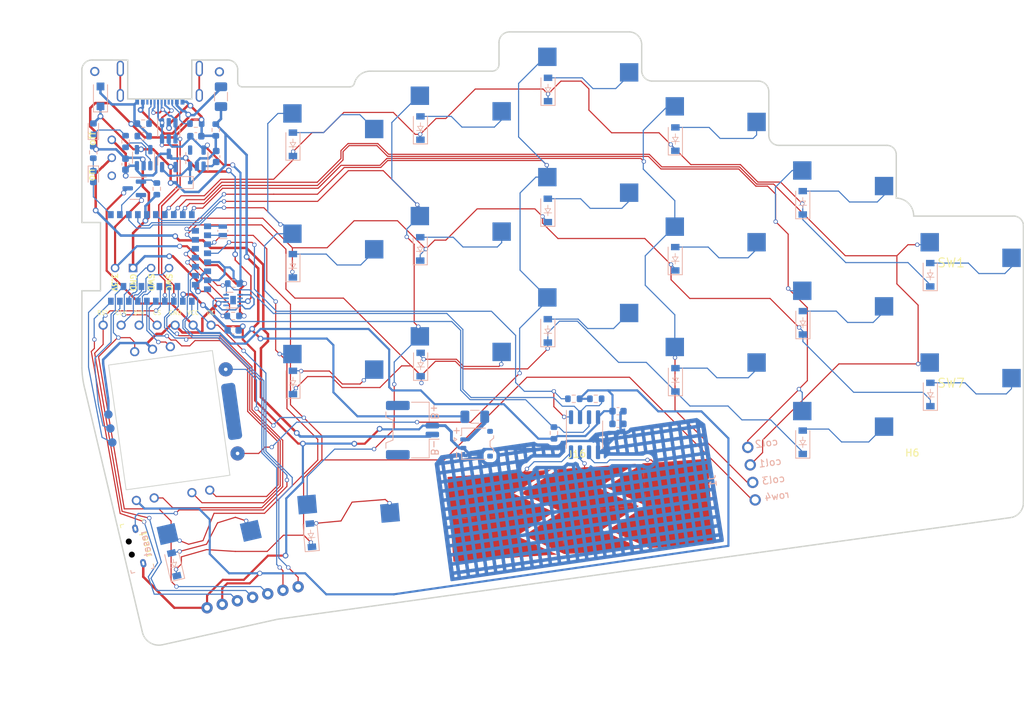
<source format=kicad_pcb>
(kicad_pcb (version 20211014) (generator pcbnew)
  (layers (0 "F.Cu" signal) (31 "B.Cu" signal) (34 "B.Paste" user) (35 "F.Paste" user) (36 "B.SilkS" user "B.Silkscreen") (37 "F.SilkS" user "F.Silkscreen") (38 "B.Mask" user) (39 "F.Mask" user) (44 "Edge.Cuts" user))
  (net 0 "")
  (footprint "mylib:Kailh_Choc_Hotplug" (layer "F.Cu") (at 124.062764 120.413395 5)
    (fp_text reference "SW19" hide)
    (fp_text value "SW_PUSH-kbd" hide)
  )
  (footprint "mylib:Kailh_Choc_Hotplug" (layer "F.Cu") (at 121.469924 65.463395)
    (fp_text reference "SW6" hide)
    (fp_text value "SW_PUSH-kbd" hide)
  )
  (footprint "mylib:Conn_Display_MountHole" (layer "F.Cu") (at 99.091179 89.431932)
    (fp_text reference "J9" hide)
    (fp_text value "Conn_Display_general")
  )
  (footprint "mylib:Kailh_Choc_Hotplug" (layer "F.Cu") (at 121.469924 99.463395)
    (fp_text reference "SW18" hide)
    (fp_text value "SW_PUSH-kbd" hide)
  )
  (footprint "mylib:SW_BSI10" (layer "F.Cu") (at 89.391179 65.779932 90)
    (fp_text reference "SW_Bat1" hide)
    (fp_text value "SW_Battery-kbd")
  )
  (footprint "mylib:Kailh_Choc_Hotplug" (layer "F.Cu") (at 193.469924 90.523932)
    (fp_text reference "SW8" hide)
    (fp_text value "SW_PUSH-kbd" hide)
  )
  (footprint "MountingHole:MountingHole_3.2mm_M3_DIN965" (layer "F.Cu") (at 129.269924 55.888395)
    (fp_text reference "H2" hide)
    (fp_text value "MountingHole")
  )
  (footprint "MountingHole:MountingHole_3.2mm_M3_DIN965" (layer "F.Cu") (at 113.169924 111.063395)
    (fp_text reference "H3" hide)
    (fp_text value "MountingHole")
  )
  (footprint "mylib:Kailh_Choc_Hotplug" (layer "F.Cu") (at 139.469924 79.963395)
    (fp_text reference "SW11" hide)
    (fp_text value "SW_PUSH-kbd" hide)
  )
  (footprint "Connector_PinHeader_2.54mm:PinHeader_1x04_P2.54mm_Vertical" (layer "F.Cu") (at 100.775179 81.357932 -90)
    (fp_text reference "J11" hide)
    (fp_text value "Conn_01x04_Female")
  )
  (footprint "mylib:Kailh_Choc_Hotplug" (layer "F.Cu") (at 139.469924 96.963395)
    (fp_text reference "SW17" hide)
    (fp_text value "SW_PUSH-kbd" hide)
  )
  (footprint "mylib:Kailh_Choc_Hotplug" (layer "F.Cu") (at 175.469924 64.463395)
    (fp_text reference "SW3" hide)
    (fp_text value "SW_PUSH-kbd" hide)
  )
  (footprint "mylib:Kailh_Choc_Hotplug" (layer "F.Cu") (at 105.102519 124.013395 13)
    (fp_text reference "SW20" hide)
    (fp_text value "SW_PUSH-kbd" hide)
  )
  (footprint "mylib:Kailh_Choc_Hotplug" (layer "F.Cu") (at 193.469924 107.523932)
    (fp_text reference "SW14" hide)
    (fp_text value "SW_PUSH-kbd" hide)
  )
  (footprint "MountingHole:MountingHole_3.2mm_M3_DIN965" (layer "F.Cu") (at 202.875179 74.518469)
    (fp_text reference "H1" hide)
    (fp_text value "MountingHole")
  )
  (footprint "mylib:Kailh_Choc_Hotplug" (layer "F.Cu") (at 175.469924 98.463395)
    (fp_text reference "SW15" hide)
    (fp_text value "SW_PUSH-kbd" hide)
  )
  (footprint "mylib:Kailh_Choc_Hotplug" (layer "F.Cu") (at 157.469924 91.463395)
    (fp_text reference "SW16" hide)
    (fp_text value "SW_PUSH-kbd" hide)
  )
  (footprint "mylib:Kailh_Choc_Hotplug" (layer "F.Cu") (at 175.469924 81.463395)
    (fp_text reference "SW9" hide)
    (fp_text value "SW_PUSH-kbd" hide)
  )
  (footprint "mylib:Kailh_Choc_Hotplug" (layer "F.Cu") (at 193.469924 73.523932)
    (fp_text reference "SW2" hide)
    (fp_text value "SW_PUSH-kbd" hide)
  )
  (footprint "mylib:Kailh_Choc_Hotplug" (layer "F.Cu") (at 211.469924 100.668469)
    (fp_text reference "SW7")
    (fp_text value "SW_PUSH-kbd" hide)
  )
  (footprint "mylib:Kailh_Choc_Hotplug" (layer "F.Cu") (at 157.469924 74.463395)
    (fp_text reference "SW10" hide)
    (fp_text value "SW_PUSH-kbd" hide)
  )
  (footprint "mylib:Kailh_Choc_Hotplug" (layer "F.Cu") (at 139.469924 62.963395)
    (fp_text reference "SW5" hide)
    (fp_text value "SW_PUSH-kbd" hide)
  )
  (footprint "mylib:Kailh_Choc_Hotplug" (layer "F.Cu") (at 121.469924 82.463395)
    (fp_text reference "SW12" hide)
    (fp_text value "SW_PUSH-kbd" hide)
  )
  (footprint "mylib:Panasonic_EVQWGD001_Ref" (layer "F.Cu") (at 101.695179 102.731932 98)
    (fp_text reference "Ref1" hide)
    (fp_text value "Conn_01x05")
    (fp_rect (start -8.9 -8.3) (end 8.9 6.5) (layer "Edge.Cuts") (width 0.12) (fill none))
  )
  (footprint "MountingHole:MountingHole_3.2mm_M3_DIN965" (layer "F.Cu") (at 205.725179 114.217932)
    (fp_text reference "H6")
    (fp_text value "MountingHole")
  )
  (footprint "mylib:TouchSlider-3_36x12mm" (layer "F.Cu") (at 158.891179 115.590204 4)
    (fp_text reference "J16")
    (fp_text value "Conn_01x03_Male")
  )
  (footprint "MountingHole:MountingHole_3.2mm_M3_DIN965" (layer "F.Cu") (at 135.119924 124.393395)
    (fp_text reference "H5" hide)
    (fp_text value "MountingHole")
  )
  (footprint "mylib:Kailh_Choc_Hotplug" (layer "F.Cu") (at 211.469924 83.668469)
    (fp_text reference "SW1")
    (fp_text value "SW_PUSH-kbd" hide)
  )
  (footprint "MountingHole:MountingHole_3.2mm_M3_DIN965" (layer "F.Cu") (at 166.475179 57.617932)
    (fp_text reference "H4" hide)
    (fp_text value "MountingHole")
  )
  (footprint "mylib:Kailh_Choc_Hotplug" (layer "F.Cu") (at 157.469924 57.463395)
    (fp_text reference "SW4" hide)
    (fp_text value "SW_PUSH-kbd" hide)
  )
  (footprint "LED_SMD:LED_0603_1608Metric" (layer "B.Cu") (at 90.091179 61.715932 90)
    (fp_text reference "D24" hide)
    (fp_text value "RED")
  )
  (footprint "Resistor_SMD:R_0603_1608Metric" (layer "B.Cu") (at 157.923179 99.837932 180)
    (fp_text reference "R12" hide)
    (fp_text value "10k")
  )
  (footprint "Package_TO_SOT_SMD:SOT-23" (layer "B.Cu") (at 95.875179 70.097932 180)
    (fp_text reference "Q2" hide)
    (fp_text value "AO3407")
  )
  (footprint "mylib:Diode" (layer "B.Cu") (at 120.811179 119.119932 95)
    (fp_text reference "D19" hide)
    (fp_text value "1N4148W" hide)
  )
  (footprint "Resistor_SMD:R_0603_1608Metric" (layer "B.Cu") (at 161.034179 99.837932)
    (fp_text reference "R11" hide)
    (fp_text value "10k")
  )
  (footprint "Capacitor_SMD:C_0603_1608Metric" (layer "B.Cu") (at 104.555179 62.731932)
    (fp_text reference "C3" hide)
    (fp_text value "4.7u")
  )
  (footprint "Capacitor_SMD:C_0603_1608Metric" (layer "B.Cu") (at 107.435179 65.597932 90)
    (fp_text reference "C2" hide)
    (fp_text value "10u")
  )
  (footprint "mylib:SW_Reset_vertical" (layer "B.Cu") (at 94.476485 121.123626 -77)
    (fp_text reference "SW_Reset1" hide)
    (fp_text value "SW_RESET-kbd")
  )
  (footprint "Resistor_SMD:R_0603_1608Metric" (layer "B.Cu") (at 104.555179 60.953932 180)
    (fp_text reference "R2" hide)
    (fp_text value "5.1K")
  )
  (footprint "Capacitor_SMD:C_0603_1608Metric" (layer "B.Cu") (at 109.827179 90.163932)
    (fp_text reference "C1" hide)
    (fp_text value "4.7u")
  )
  (footprint "mylib:Diode" (layer "B.Cu") (at 154.265179 90.237932 90)
    (fp_text reference "D16" hide)
    (fp_text value "1N4148W" hide)
  )
  (footprint "mylib:MAX17048-TDFN-8-1EP_2x2mm_P0.5mm_EP0.8x1.2mm" (layer "B.Cu") (at 109.817179 85.891932 180)
    (fp_text reference "U4" hide)
    (fp_text value "MAX17048")
  )
  (footprint "mylib:Diode" (layer "B.Cu") (at 190.285179 89.098469 90)
    (fp_text reference "D8" hide)
    (fp_text value "1N4148W" hide)
  )
  (footprint "Resistor_SMD:R_0603_1608Metric" (layer "B.Cu") (at 97.125179 60.953932 180)
    (fp_text reference "R1" hide)
    (fp_text value "5.1K")
  )
  (footprint "mylib:Diode" (layer "B.Cu") (at 118.271179 63.873932 90)
    (fp_text reference "D6" hide)
    (fp_text value "1N4148W" hide)
  )
  (footprint "mylib:E73-2G4M08S1C-52840" (layer "B.Cu") (at 106.591179 79.931932 180)
    (fp_text reference "U1" hide)
    (fp_text value "E73-2G4M08S1C" hide)
  )
  (footprint "mylib:PMW3610-Ref" (layer "B.Cu") (at 104.491179 97.431932 -172)
    (fp_text reference "Ref2" hide)
    (fp_text value "Conn_1x07")
  )
  (footprint "mylib:Magnetic-PogoPin-1x07-Male" (layer "B.Cu") (at 112.575179 127.887932 13)
    (fp_text reference "J10" hide)
    (fp_text value "Conn_01x07")
  )
  (footprint "Capacitor_SMD:C_0603_1608Metric" (layer "B.Cu") (at 94.625179 66.687932 90)
    (fp_text reference "C4" hide)
    (fp_text value "0.1u")
  )
  (footprint "mylib:Diode" (layer "B.Cu") (at 190.265179 72.138469 90)
    (fp_text reference "D2" hide)
    (fp_text value "1N4148W" hide)
  )
  (footprint "mylib:Molex_Panelmate_53780-0270_1x02-1MP_P1.25mm_Horizontal" (layer "B.Cu") (at 135.155179 104.257932 90)
    (fp_text reference "Bat_main1" hide)
    (fp_text value "Conn_Battery_solderable")
  )
  (footprint "Fuse:Fuse_1206_3216Metric" (layer "B.Cu") (at 108.111179 57.143932 90)
    (fp_text reference "F1" hide)
    (fp_text value "500mA")
  )
  (footprint "mylib:Diode" (layer "B.Cu") (at 154.295179 56.127932 90)
    (fp_text reference "D4" hide)
    (fp_text value "1N4148W" hide)
  )
  (footprint "Resistor_SMD:R_0603_1608Metric" (layer "B.Cu") (at 90.077179 65.017932 90)
    (fp_text reference "R4" hide)
    (fp_text value "1K")
  )
  (footprint "Resistor_SMD:R_0603_1608Metric" (layer "B.Cu") (at 94.635179 63.477932 -90)
    (fp_text reference "R6" hide)
    (fp_text value "1K")
  )
  (footprint "mylib:Diode" (layer "B.Cu") (at 172.255179 80.047932 90)
    (fp_text reference "D9" hide)
    (fp_text value "1N4148W" hide)
  )
  (footprint "mylib:Diode" (layer "B.Cu") (at 190.265179 105.978469 90)
    (fp_text reference "D14" hide)
    (fp_text value "1N4148W" hide)
  )
  (footprint "mylib:JST_ACH_BM02B-ACHSS-GAN-ETF_1x02-1MP_P1.20mm_Vertical" (layer "B.Cu") (at 144.207179 106.187932 -90)
    (fp_text reference "WirelessCharger1" hide)
    (fp_text value "Conn_01x02_Female" hide)
  )
  (footprint "Diode_SMD:D_SOD-123F" (layer "B.Cu") (at 91.095179 57.100432 90)
    (fp_text reference "D25" hide)
    (fp_text value "SMF9.0CA")
  )
  (footprint "mylib:Diode" (layer "B.Cu") (at 136.245179 78.657932 90)
    (fp_text reference "D11" hide)
    (fp_text value "1N4148W" hide)
  )
  (footprint "Capacitor_SMD:C_0603_1608Metric" (layer "B.Cu") (at 164.165179 103.387932)
    (fp_text reference "C14" hide)
    (fp_text value "0.1uF")
  )
  (footprint "mylib:nrfmicro_USB-C_C168688" (layer "B.Cu") (at 99.469922 57.463395 180)
    (fp_text reference "J12" hide)
    (fp_text value "USB-C USB 2.0 MC-372")
  )
  (footprint "Resistor_SMD:R_0603_1608Metric" (layer "B.Cu") (at 107.375179 61.847932 -90)
    (fp_text reference "R3" hide)
    (fp_text value "100K")
  )
  (footprint "mylib:Diode" (layer "B.Cu") (at 172.275179 63.137932 90)
    (fp_text reference "D3" hide)
    (fp_text value "1N4148W" hide)
  )
  (footprint "Diode_SMD:D_SOD-323" (layer "B.Cu") (at 102.695179 69.287932 180)
    (fp_text reference "D22" hide)
    (fp_text value "BAT60B")
  )
  (footprint "Crystal:Crystal_SMD_MicroCrystal_CM9V-T1A-2Pin_1.6x1.0mm" (layer "B.Cu") (at 108.365179 76.101932 90)
    (fp_text reference "X1" hide)
    (fp_text value "32.768 kHz")
  )
  (footprint "mylib:Diode" (layer "B.Cu") (at 101.507179 123.239932 103)
    (fp_text reference "D20" hide)
    (fp_text value "1N4148W" hide)
  )
  (footprint "Capacitor_SMD:C_0603_1608Metric" (layer "B.Cu") (at 164.175179 101.587932)
    (fp_text reference "C15" hide)
    (fp_text value "1uF")
  )
  (footprint "Package_TO_SOT_SMD:SOT-23-5" (layer "B.Cu") (at 97.185179 65.767932 90)
    (fp_text reference "U5" hide)
    (fp_text value "TP4054")
  )
  (footprint "Resistor_SMD:R_0603_1608Metric" (layer "B.Cu") (at 109.889179 83.559932 180)
    (fp_text reference "R8" hide)
    (fp_text value "5.1k")
  )
  (footprint "mylib:Diode" (layer "B.Cu") (at 172.285179 97.157932 90)
    (fp_text reference "D15" hide)
    (fp_text value "1N4148W" hide)
  )
  (footprint "mylib:Diode" (layer "B.Cu") (at 154.265179 73.217932 90)
    (fp_text reference "D10" hide)
    (fp_text value "1N4148W" hide)
  )
  (footprint "Resistor_SMD:R_0603_1608Metric" (layer "B.Cu") (at 99.045179 70.167932 -90)
    (fp_text reference "R5" hide)
    (fp_text value "2M")
  )
  (footprint "mylib:Diode" (layer "B.Cu") (at 136.305179 94.989932 90)
    (fp_text reference "D17" hide)
    (fp_text value "1N4148W" hide)
  )
  (footprint "mylib:Diode" (layer "B.Cu") (at 136.275179 61.577932 90)
    (fp_text reference "D5" hide)
    (fp_text value "1N4148W" hide)
  )
  (footprint "Package_TO_SOT_SMD:SOT-23-5" (layer "B.Cu") (at 104.705179 65.827932 90)
    (fp_text reference "U3" hide)
    (fp_text value "XC6220B331MR-G")
  )
  (footprint "mylib:SRV05-4" (layer "B.Cu") (at 100.735179 61.969932 -90)
    (fp_text reference "U2" hide)
    (fp_text value "SRV05-4")
  )
  (footprint "Resistor_SMD:R_0603_1608Metric" (layer "B.Cu") (at 109.826179 88.131932 180)
    (fp_text reference "R9" hide)
    (fp_text value "5.1k")
  )
  (footprint "mylib:Diode" (layer "B.Cu") (at 118.271179 97.529932 90)
    (fp_text reference "D18" hide)
    (fp_text value "1N4148W" hide)
  )
  (footprint "Package_SO:SOIC-8_3.9x4.9mm_P1.27mm" (layer "B.Cu") (at 159.447179 104.917932 -90)
    (fp_text reference "U8" hide)
    (fp_text value "CAP1203")
  )
  (footprint "mylib:Diode" (layer "B.Cu") (at 118.265179 81.037932 90)
    (fp_text reference "D12" hide)
    (fp_text value "1N4148W" hide)
  )
  (footprint "Resistor_SMD:R_0603_1608Metric" (layer "B.Cu") (at 97.125179 62.717932)
    (fp_text reference "R7" hide)
    (fp_text value "5K")
  )
  (footprint "LED_SMD:LED_0603_1608Metric" (layer "B.Cu") (at 90.091179 68.431932 -90)
    (fp_text reference "D23" hide)
    (fp_text value "BLUE")
  )
  (footprint "Package_TO_SOT_SMD:SOT-23" (layer "B.Cu") (at 100.745179 66.157932 90)
    (fp_text reference "Q1" hide)
    (fp_text value "AO3407")
  )
  (footprint "mylib:Diode" (layer "B.Cu") (at 208.265179 82.308469 90)
    (fp_text reference "D1" hide)
    (fp_text value "1N4148W" hide)
  )
  (footprint "mylib:Magnetic-PogoPin-1x04-Female" (layer "B.Cu") (at 183.025179 110.415767 -82)
    (fp_text reference "J1")
    (fp_text value "expantion1")
  )
  (footprint "mylib:Diode" (layer "B.Cu") (at 208.285179 99.228469 90)
    (fp_text reference "D7" hide)
    (fp_text value "1N4148W" hide)
  )
  (footprint "Fuse:Fuse_1206_3216Metric" (layer "B.Cu") (at 143.953179 102.377932)
    (fp_text reference "F2" hide)
    (fp_text value "500mA")
  )
  (footprint "Resistor_SMD:R_0603_1608Metric" (layer "B.Cu") (at 155.129179 104.663932 90)
    (fp_text reference "R10" hide)
    (fp_text value "10k")
  )
  (gr_arc (start 202.119922 64.023932) (mid 203.058984 64.381837) (end 203.469922 65.298932) (layer "Edge.Cuts") (width 0.2))
  (gr_line (start 88.469922 74.923932) (end 91.093179 74.923932) (layer "Edge.Cuts") (width 0.2))
  (gr_line (start 103.989922 57.463395) (end 103.989922 51.965895) (layer "Edge.Cuts") (width 0.2))
  (gr_arc (start 99.789922 134.608395) (mid 98.077147 134.298665) (end 97.029922 132.908395) (layer "Edge.Cuts") (width 0.2))
  (gr_line (start 167.519922 49.788395) (end 167.519922 53.357932) (layer "Edge.Cuts") (width 0.2))
  (gr_line (start 185.469922 56.438395) (end 185.469922 62.598932) (layer "Edge.Cuts") (width 0.2))
  (gr_line (start 110.469922 55.138395) (end 110.469922 53.213395) (layer "Edge.Cuts") (width 0.2))
  (gr_line (start 116.094922 130.988395) (end 99.789922 134.608395) (layer "Edge.Cuts") (width 0.2))
  (gr_arc (start 186.869922 64.023932) (mid 185.874795 63.601381) (end 185.469922 62.598932) (layer "Edge.Cuts") (width 0.2))
  (gr_line (start 116.094922 130.988395) (end 219.782979 116.601919) (layer "Edge.Cuts") (width 0.2))
  (gr_line (start 148.869922 47.993395) (end 165.824922 47.993395) (layer "Edge.Cuts") (width 0.2))
  (gr_arc (start 108.969922 51.963395) (mid 109.970824 52.287312) (end 110.469922 53.213395) (layer "Edge.Cuts") (width 0.2))
  (gr_arc (start 147.370117 49.472982) (mid 147.813616 48.422598) (end 148.869922 47.993395) (layer "Edge.Cuts") (width 0.2))
  (gr_line (start 147.369922 52.538395) (end 147.369922 49.472995) (layer "Edge.Cuts") (width 0.2))
  (gr_line (start 94.939922 51.965895) (end 94.939922 57.463395) (layer "Edge.Cuts") (width 0.2))
  (gr_arc (start 219.899179 74.018464) (mid 220.922135 74.332836) (end 221.423179 75.278469) (layer "Edge.Cuts") (width 0.2))
  (gr_line (start 129.269922 53.538395) (end 146.419922 53.538395) (layer "Edge.Cuts") (width 0.2))
  (gr_line (start 94.939922 51.965895) (end 89.969922 51.963395) (layer "Edge.Cuts") (width 0.2))
  (gr_arc (start 111.045922 55.763395) (mid 110.647484 55.552674) (end 110.469922 55.138395) (layer "Edge.Cuts") (width 0.2))
  (gr_line (start 186.869922 64.023932) (end 202.119922 64.023932) (layer "Edge.Cuts") (width 0.2))
  (gr_arc (start 126.964808 55.18763) (mid 127.838039 53.972603) (end 129.269922 53.538395) (layer "Edge.Cuts") (width 0.2))
  (gr_arc (start 147.369921 52.538392) (mid 147.102029 53.235145) (end 146.419922 53.538395) (layer "Edge.Cuts") (width 0.2))
  (gr_line (start 91.093179 74.923932) (end 91.093179 84.575932) (layer "Edge.Cuts") (width 0.2))
  (gr_line (start 168.919922 54.938395) (end 183.969922 54.938395) (layer "Edge.Cuts") (width 0.2))
  (gr_line (start 221.423179 75.278469) (end 221.423163 114.466935) (layer "Edge.Cuts") (width 0.2))
  (gr_line (start 91.093179 84.575932) (end 88.469922 84.575932) (layer "Edge.Cuts") (width 0.2))
  (gr_arc (start 88.919922 98.588395) (mid 88.599876 97.039582) (end 88.469922 95.463395) (layer "Edge.Cuts") (width 0.2))
  (gr_arc (start 88.469922 53.213395) (mid 88.973097 52.292205) (end 89.969922 51.963395) (layer "Edge.Cuts") (width 0.2))
  (gr_arc (start 183.969922 54.938395) (mid 185.030582 55.377735) (end 185.469922 56.438395) (layer "Edge.Cuts") (width 0.2))
  (gr_arc (start 126.964808 55.18763) (mid 126.744108 55.58947) (end 126.319922 55.763395) (layer "Edge.Cuts") (width 0.2))
  (gr_line (start 88.919922 98.588395) (end 97.029922 132.908395) (layer "Edge.Cuts") (width 0.2))
  (gr_line (start 111.045922 55.763395) (end 126.319922 55.763395) (layer "Edge.Cuts") (width 0.2))
  (gr_line (start 88.469922 74.923932) (end 88.469922 53.213395) (layer "Edge.Cuts") (width 0.2))
  (gr_line (start 88.469922 95.463395) (end 88.469922 84.575932) (layer "Edge.Cuts") (width 0.2))
  (gr_line (start 205.925179 74.018464) (end 219.899179 74.018464) (layer "Edge.Cuts") (width 0.2))
  (gr_line (start 203.469922 65.298932) (end 203.469922 71.478469) (layer "Edge.Cuts") (width 0.2))
  (gr_line (start 108.969922 51.963395) (end 103.989922 51.965895) (layer "Edge.Cuts") (width 0.2))
  (gr_line (start 94.939922 57.463395) (end 103.989922 57.463395) (layer "Edge.Cuts") (width 0.2))
  (gr_arc (start 165.824922 47.993395) (mid 167.029984 48.553253) (end 167.519922 49.788395) (layer "Edge.Cuts") (width 0.2))
  (gr_arc (start 221.423163 114.466935) (mid 220.98 115.824) (end 219.782979 116.601919) (layer "Edge.Cuts") (width 0.2))
  (gr_arc (start 203.469922 71.478469) (mid 205.223601 72.239966) (end 205.925179 74.018464) (layer "Edge.Cuts") (width 0.2))
  (gr_arc (start 168.919922 54.938395) (mid 167.892598 54.438113) (end 167.519922 53.357932) (layer "Edge.Cuts") (width 0.2))
  (segment (start 111.875179 101.617932) (end 116.175179 105.917932) (width 0.16) (layer "F.Cu") (net 0))
  (segment (start 90.825179 93.887932) (end 93.515179 91.197932) (width 0.16) (layer "F.Cu") (net 0))
  (segment (start 95.265179 91.197932) (end 93.625179 91.197932) (width 0.16) (layer "F.Cu") (net 0))
  (segment (start 105.485179 90.249932) (end 105.485179 88.471932) (width 0.35) (layer "F.Cu") (net 0))
  (segment (start 168.591179 65.293932) (end 170.369179 67.071932) (width 0.16) (layer "F.Cu") (net 0))
  (segment (start 105.357179 60.399932) (end 103.997179 60.399932) (width 0.35) (layer "F.Cu") (net 0))
  (segment (start 204.555179 78.628469) (end 205.115179 78.068469) (width 0.16) (layer "F.Cu") (net 0))
  (segment (start 102.227179 77.449932) (end 105.577179 77.449932) (width 0.35) (layer "F.Cu") (net 0))
  (segment (start 189.725179 98.468469) (end 189.725179 98.515932) (width 0.16) (layer "F.Cu") (net 0))
  (segment (start 100.991179 89.431932) (end 99.755179 90.667932) (width 0.35) (layer "F.Cu") (net 0))
  (segment (start 100.999179 67.049932) (end 98.529179 64.579932) (width 0.35) (layer "F.Cu") (net 0))
  (segment (start 118.695179 98.337932) (end 120.335179 96.697932) (width 0.16) (layer "F.Cu") (net 0))
  (segment (start 119.435179 95.917932) (end 123.415179 95.917932) (width 0.16) (layer "F.Cu") (net 0))
  (segment (start 114.325179 106.667932) (end 113.432955 107.560156) (width 0.16) (layer "F.Cu") (net 0))
  (segment (start 91.093179 59.926432) (end 95.746679 64.579932) (width 0.3) (layer "F.Cu") (net 0))
  (segment (start 114.161179 72.839932) (end 116.521179 75.199932) (width 0.16) (layer "F.Cu") (net 0))
  (segment (start 101.045179 91.537932) (end 101.735179 91.537932) (width 0.16) (layer "F.Cu") (net 0))
  (segment (start 97.925179 116.687932) (end 97.985179 116.687932) (width 0.16) (layer "F.Cu") (net 0))
  (segment (start 107.965179 91.607932) (end 111.875179 95.517932) (width 0.16) (layer "F.Cu") (net 0))
  (segment (start 139.635179 108.473932) (end 151.319179 96.789932) (width 0.16) (layer "F.Cu") (net 0))
  (segment (start 123.415179 95.917932) (end 125.245179 97.747932) (width 0.16) (layer "F.Cu") (net 0))
  (segment (start 110.117179 80.229932) (end 110.117179 79.417932) (width 0.2) (layer "F.Cu") (net 0))
  (segment (start 114.105179 115.537932) (end 102.205179 115.537932) (width 0.16) (layer "F.Cu") (net 0))
  (segment (start 130.257179 63.769932) (end 131.781179 65.293932) (width 0.16) (layer "F.Cu") (net 0))
  (segment (start 171.665179 80.867932) (end 171.665179 83.007932) (width 0.16) (layer "F.Cu") (net 0))
  (segment (start 101.515179 129.367932) (end 101.519856 129.372609) (width 0.3) (layer "F.Cu") (net 0))
  (segment (start 121.753179 71.939932) (end 108.531679 71.939932) (width 0.16) (layer "F.Cu") (net 0))
  (segment (start 114.555179 113.637932) (end 107.412229 113.637932) (width 0.16) (layer "F.Cu") (net 0))
  (segment (start 135.825179 72.405932) (end 131.017179 67.597932) (width 0.16) (layer "F.Cu") (net 0))
  (segment (start 153.515179 74.077932) (end 152.435179 72.997932) (width 0.16) (layer "F.Cu") (net 0))
  (segment (start 131.534695 65.872972) (end 130.559735 66.847932) (width 0.16) (layer "F.Cu") (net 0))
  (segment (start 101.631179 89.431932) (end 100.991179 89.431932) (width 0.35) (layer "F.Cu") (net 0))
  (segment (start 112.515179 90.156432) (end 113.686679 91.327932) (width 0.3) (layer "F.Cu") (net 0))
  (segment (start 113.755179 99.611932) (end 118.807179 104.663932) (width 0.35) (layer "F.Cu") (net 0))
  (segment (start 103.405179 91.247932) (end 108.035735 91.247932) (width 0.16) (layer "F.Cu") (net 0))
  (segment (start 119.675179 106.167932) (end 119.009256 106.167932) (width 0.3) (layer "F.Cu") (net 0))
  (segment (start 104.047179 85.083932) (end 105.571179 86.607932) (width 0.35) (layer "F.Cu") (net 0))
  (segment (start 203.557179 79.626469) (end 204.555179 78.628469) (width 0.16) (layer "F.Cu") (net 0))
  (segment (start 154.295179 56.767932) (end 153.595179 56.067932) (width 0.16) (layer "F.Cu") (net 0))
  (segment (start 126.915179 74.677932) (end 133.035179 74.677932) (width 0.16) (layer "F.Cu") (net 0))
  (segment (start 125.205678 98.248431) (end 130.55468 98.248431) (width 0.16) (layer "F.Cu") (net 0))
  (segment (start 115.553179 70.929932) (end 115.553103 70.929856) (width 0.16) (layer "F.Cu") (net 0))
  (segment (start 97.351191 62.903944) (end 95.447179 60.999932) (width 0.35) (layer "F.Cu") (net 0))
  (segment (start 108.035735 91.247932) (end 112.170457 95.382654) (width 0.16) (layer "F.Cu") (net 0))
  (segment (start 119.765179 102.517932) (end 119.815179 102.517932) (width 0.16) (layer "F.Cu") (net 0))
  (segment (start 105.987179 80.949932) (end 107.617179 80.949932) (width 0.3) (layer "F.Cu") (net 0))
  (segment (start 133.615179 95.187932) (end 135.005179 95.187932) (width 0.16) (layer "F.Cu") (net 0))
  (segment (start 105.745179 71.147932) (end 108.075179 68.817932) (width 0.16) (layer "F.Cu") (net 0))
  (segment (start 102.777179 85.083932) (end 104.047179 85.083932) (width 0.35) (layer "F.Cu") (net 0))
  (segment (start 186.152699 69.501989) (end 196.277179 79.626469) (width 0.16) (layer "F.Cu") (net 0))
  (segment (start 89.647179 58.759932) (end 90.357179 58.049932) (width 0.35) (layer "F.Cu") (net 0))
  (segment (start 125.055659 65.887452) (end 125.055659 64.767452) (width 0.16) (layer "F.Cu") (net 0))
  (segment (start 138.295179 77.417932) (end 137.035179 78.677932) (width 0.16) (layer "F.Cu") (net 0))
  (segment (start 91.357179 67.079932) (end 90.417179 68.019932) (width 0.35) (layer "F.Cu") (net 0))
  (segment (start 110.787179 87.559932) (end 110.787179 84.389932) (width 0.3) (layer "F.Cu") (net 0))
  (segment (start 103.117179 65.789932) (end 105.04969 67.722443) (width 0.35) (layer "F.Cu") (net 0))
  (segment (start 108.531679 70.929932) (end 115.553179 70.929932) (width 0.16) (layer "F.Cu") (net 0))
  (segment (start 103.793179 58.413932) (end 103.403179 58.413932) (width 0.35) (layer "F.Cu") (net 0))
  (segment (start 108.075179 68.817932) (end 115.545179 68.817932) (width 0.16) (layer "F.Cu") (net 0))
  (segment (start 136.415179 97.607932) (end 136.415179 96.517932) (width 0.16) (layer "F.Cu") (net 0))
  (segment (start 172.225179 101.439932) (end 182.438849 111.653602) (width 0.16) (layer "F.Cu") (net 0))
  (segment (start 121.775179 108.503932) (end 121.775179 105.567932) (width 0.16) (layer "F.Cu") (net 0))
  (segment (start 184.593179 107.435966) (end 184.593179 105.679932) (width 0.16) (layer "F.Cu") (net 0))
  (segment (start 111.357179 88.129932) (end 110.787179 87.559932) (width 0.3) (layer "F.Cu") (net 0))
  (segment (start 118.553179 85.613932) (end 117.283179 84.343932) (width 0.16) (layer "F.Cu") (net 0))
  (segment (start 142.375179 95.267932) (end 147.365179 95.267932) (width 0.16) (layer "F.Cu") (net 0))
  (segment (start 100.999179 69.335932) (end 100.999179 67.049932) (width 0.35) (layer "F.Cu") (net 0))
  (segment (start 167.829179 66.309932) (end 167.392219 65.872972) (width 0.16) (layer "F.Cu") (net 0))
  (segment (start 108.287951 128.877717) (end 108.287951 126.63516) (width 0.3) (layer "F.Cu") (net 0))
  (segment (start 167.965179 77.187932) (end 155.695179 77.187932) (width 0.16) (layer "F.Cu") (net 0))
  (segment (start 168.471255 65.583452) (end 170.249255 67.361452) (width 0.16) (layer "F.Cu") (net 0))
  (segment (start 123.091179 78.501932) (end 126.915179 74.677932) (width 0.16) (layer "F.Cu") (net 0))
  (segment (start 136.245179 62.467932) (end 135.539179 62.467932) (width 0.16) (layer "F.Cu") (net 0))
  (segment (start 90.474179 62.206932) (end 89.647179 61.379932) (width 0.35) (layer "F.Cu") (net 0))
  (segment (start 114.575179 83.159932) (end 114.575179 78.657932) (width 0.16) (layer "F.Cu") (net 0))
  (segment (start 125.065179 117.097932) (end 126.625179 114.437932) (width 0.16) (layer "F.Cu") (net 0))
  (segment (start 120.811179 120.135932) (end 119.775179 119.099932) (width 0.16) (layer "F.Cu") (net 0))
  (segment (start 195.364642 94.908469) (end 206.555179 94.908469) (width 0.16) (layer "F.Cu") (net 0))
  (segment (start 108.267179 69.687932) (end 121.745179 69.687932) (width 0.16) (layer "F.Cu") (net 0))
  (segment (start 111.187179 89.595432) (end 108.564679 89.595432) (width 0.3) (layer "F.Cu") (net 0))
  (segment (start 144.285179 72.997932) (end 139.865179 77.417932) (width 0.16) (layer "F.Cu") (net 0))
  (segment (start 117.925179 86.509932) (end 114.575179 83.159932) (width 0.16) (layer "F.Cu") (net 0))
  (segment (start 105.749179 71.697932) (end 108.209179 69.237932) (width 0.16) (layer "F.Cu") (net 0))
  (segment (start 121.005179 62.197932) (end 118.295179 64.907932) (width 0.16) (layer "F.Cu") (net 0))
  (segment (start 130.669179 67.147932) (end 131.654619 66.162492) (width 0.16) (layer "F.Cu") (net 0))
  (segment (start 96.617179 86.379932) (end 101.119179 86.379932) (width 0.3) (layer "F.Cu") (net 0))
  (segment (start 184.593179 105.679932) (end 195.364642 94.908469) (width 0.16) (layer "F.Cu") (net 0))
  (segment (start 133.035179 74.677932) (end 137.035179 78.677932) (width 0.16) (layer "F.Cu") (net 0))
  (segment (start 190.915179 86.958469) (end 190.915179 97.278469) (width 0.16) (layer "F.Cu") (net 0))
  (segment (start 108.335179 70.087932) (end 105.531179 72.891932) (width 0.16) (layer "F.Cu") (net 0))
  (segment (start 116.825179 112.267932) (end 116.825179 105.705321) (width 0.16) (layer "F.Cu") (net 0))
  (segment (start 113.432955 107.560156) (end 110.452362 107.560156) (width 0.16) (layer "F.Cu") (net 0))
  (segment (start 99.785179 60.10148) (end 99.785179 60.832432) (width 0.25) (layer "F.Cu") (net 0))
  (segment (start 101.937668 69.840885) (end 99.327669 72.450884) (width 0.2) (layer "F.Cu") (net 0))
  (segment (start 127.755179 97.747932) (end 128.285179 97.217932) (width 0.16) (layer "F.Cu") (net 0))
  (segment (start 117.283179 84.343932) (end 117.283179 78.705932) (width 0.16) (layer "F.Cu") (net 0))
  (segment (start 101.307179 79.699932) (end 100.807179 79.699932) (width 0.35) (layer "F.Cu") (net 0))
  (segment (start 99.907772 113.850525) (end 101.285179 115.227932) (width 0.16) (layer "F.Cu") (net 0))
  (segment (start 122.363179 105.065932) (end 122.363179 108.441932) (width 0.16) (layer "F.Cu") (net 0))
  (segment (start 112.655179 76.737932) (end 108.159179 76.737932) (width 0.16) (layer "F.Cu") (net 0))
  (segment (start 101.937668 63.979932) (end 101.937668 69.840885) (width 0.2) (layer "F.Cu") (net 0))
  (segment (start 108.564679 89.595432) (end 107.123179 88.153932) (width 0.3) (layer "F.Cu") (net 0))
  (segment (start 99.335179 115.387932) (end 94.455179 115.387932) (width 0.16) (layer "F.Cu") (net 0))
  (segment (start 99.755179 90.667932) (end 99.015179 90.667932) (width 0.35) (layer "F.Cu") (net 0))
  (segment (start 91.391179 67.079932) (end 91.357179 67.079932) (width 0.35) (layer "F.Cu") (net 0))
  (segment (start 103.493179 75.829932) (end 103.267179 75.829932) (width 0.16) (layer "F.Cu") (net 0))
  (segment (start 110.227179 83.559932) (end 111.427179 83.559932) (width 0.3) (layer "F.Cu") (net 0))
  (segment (start 107.123179 87.013932) (end 107.767179 86.369932) (width 0.3) (layer "F.Cu") (net 0))
  (segment (start 113.755179 92.697932) (end 113.755179 99.611932) (width 0.35) (layer "F.Cu") (net 0))
  (segment (start 135.395179 89.067432) (end 135.975179 89.647432) (width 0.16) (layer "F.Cu") (net 0))
  (segment (start 183.136519 114.129272) (end 183.547078 114.129272) (width 0.16) (layer "F.Cu") (net 0))
  (segment (start 113.845179 75.267932) (end 104.689179 75.267932) (width 0.16) (layer "F.Cu") (net 0))
  (segment (start 130.126699 64.059452) (end 131.650699 65.583452) (width 0.16) (layer "F.Cu") (net 0))
  (segment (start 95.746679 64.579932) (end 96.827179 64.579932) (width 0.3) (layer "F.Cu") (net 0))
  (segment (start 101.493167 62.903944) (end 97.351191 62.903944) (width 0.35) (layer "F.Cu") (net 0))
  (segment (start 161.434777 115.302482) (end 159.247751 117.489508) (width 0.16) (layer "F.Cu") (net 0))
  (segment (start 144.015179 56.067932) (end 139.855179 60.227932) (width 0.16) (layer "F.Cu") (net 0))
  (segment (start 116.825179 105.705321) (end 112.485659 101.365801) (width 0.16) (layer "F.Cu") (net 0))
  (segment (start 101.735179 91.537932) (end 102.555179 92.357932) (width 0.16) (layer "F.Cu") (net 0))
  (segment (start 182.50328 105.737831) (end 182.50328 106.702262) (width 0.16) (layer "F.Cu") (net 0))
  (segment (start 107.587179 86.369932) (end 107.767179 86.369932) (width 0.35) (layer "F.Cu") (net 0))
  (segment (start 130.55468 98.248431) (end 133.615179 95.187932) (width 0.16) (layer "F.Cu") (net 0))
  (segment (start 102.269179 119.881932) (end 103.539179 120.389932) (width 0.16) (layer "F.Cu") (net 0))
  (segment (start 94.657179 65.205932) (end 94.657179 68.319932) (width 0.35) (layer "F.Cu") (net 0))
  (segment (start 155.115179 100.947932) (end 155.115179 98.777932) (width 0.16) (layer "F.Cu") (net 0))
  (segment (start 104.877179 84.659932) (end 106.057179 84.659932) (width 0.2) (layer "F.Cu") (net 0))
  (segment (start 102.555179 92.357932) (end 103.695179 92.357932) (width 0.16) (layer "F.Cu") (net 0))
  (segment (start 93.875179 116.037932) (end 97.255179 117.217932) (width 0.16) (layer "F.Cu") (net 0))
  (segment (start 90.474179 64.589932) (end 90.474179 62.206932) (width 0.35) (layer "F.Cu") (net 0))
  (segment (start 98.947179 87.369932) (end 98.907179 87.409932) (width 0.16) (layer "F.Cu") (net 0))
  (segment (start 114.743179 90.693932) (end 114.743179 91.709932) (width 0.35) (layer "F.Cu") (net 0))
  (segment (start 103.495179 60.111932) (end 101.252678 62.354433) (width 0.35) (layer "F.Cu") (net 0))
  (segment (start 102.015179 72.891932) (end 103.209179 71.697932) (width 0.16) (layer "F.Cu") (net 0))
  (segment (start 116.475179 105.764765) (end 116.475179 112.167932) (width 0.16) (layer "F.Cu") (net 0))
  (segment (start 97.067179 69.859932) (end 97.927179 70.719932) (width 0.35) (layer "F.Cu") (net 0))
  (segment (start 106.647179 78.519932) (end 111.717179 78.519932) (width 0.35) (layer "F.Cu") (net 0))
  (segment (start 149.39489 111.668221) (end 151.319179 109.743932) (width 0.16) (layer "F.Cu") (net 0))
  (segment (start 110.787179 84.389932) (end 111.377179 83.799932) (width 0.3) (layer "F.Cu") (net 0))
  (segment (start 91.967179 73.139932) (end 94.367179 70.739932) (width 0.3) (layer "F.Cu") (net 0))
  (segment (start 105.577179 77.449932) (end 106.647179 78.519932) (width 0.35) (layer "F.Cu") (net 0))
  (segment (start 149.39489 114.665589) (end 149.39489 111.668221) (width 0.16) (layer "F.Cu") (net 0))
  (segment (start 97.067179 66.009932) (end 97.067179 69.859932) (width 0.35) (layer "F.Cu") (net 0))
  (segment (start 97.133758 123.075906) (end 97.133758 124.986511) (width 0.35) (layer "F.Cu") (net 0))
  (segment (start 122.635179 62.197932) (end 121.005179 62.197932) (width 0.16) (layer "F.Cu") (net 0))
  (segment (start 104.877179 83.269932) (end 101.307179 79.699932) (width 0.35) (layer "F.Cu") (net 0))
  (segment (start 105.531179 72.891932) (end 104.301179 72.891932) (width 0.16) (layer "F.Cu") (net 0))
  (segment (start 105.485179 88.471932) (end 107.587179 86.369932) (width 0.35) (layer "F.Cu") (net 0))
  (segment (start 101.825179 126.377932) (end 101.065179 125.617932) (width 0.16) (layer "F.Cu") (net 0))
  (segment (start 102.489179 71.147932) (end 105.745179 71.147932) (width 0.16) (layer "F.Cu") (net 0))
  (segment (start 141.355179 94.247932) (end 142.375179 95.267932) (width 0.16) (layer "F.Cu") (net 0))
  (segment (start 105.26369 90.471421) (end 105.485179 90.249932) (width 0.35) (layer "F.Cu") (net 0))
  (segment (start 101.252678 62.354433) (end 100.09168 62.354433) (width 0.35) (layer "F.Cu") (net 0))
  (segment (start 189.745179 89.758469) (end 189.755179 89.758469) (width 0.16) (layer "F.Cu") (net 0))
  (segment (start 109.317179 87.169932) (end 109.317179 86.499932) (width 0.16) (layer "F.Cu") (net 0))
  (segment (start 97.64788 92.035231) (end 98.44171 92.829061) (width 0.35) (layer "F.Cu") (net 0))
  (segment (start 108.209179 69.237932) (end 121.705179 69.237932) (width 0.16) (layer "F.Cu") (net 0))
  (segment (start 103.539179 120.389932) (end 105.571179 119.881932) (width 0.16) (layer "F.Cu") (net 0))
  (segment (start 101.065179 125.617932) (end 101.065179 117.117932) (width 0.16) (layer "F.Cu") (net 0))
  (segment (start 136.415179 96.517932) (end 138.395179 94.537932) (width 0.16) (layer "F.Cu") (net 0))
  (segment (start 117.425179 101.217932) (end 117.425179 94.537932) (width 0.16) (layer "F.Cu") (net 0))
  (segment (start 154.245179 92.777932) (end 154.245179 92.737932) (width 0.16) (layer "F.Cu") (net 0))
  (segment (start 183.648219 69.791509) (end 185.308219 69.791509) (width 0.16) (layer "F.Cu") (net 0))
  (segment (start 152.435179 72.997932) (end 144.285179 72.997932) (width 0.16) (layer "F.Cu") (net 0))
  (segment (start 95.926429 93.18256) (end 95.926429 91.859182) (width 0.16) (layer "F.Cu") (net 0))
  (segment (start 151.415179 95.607932) (end 154.245179 92.777932) (width 0.16) (layer "F.Cu") (net 0))
  (segment (start 103.031179 72.891932) (end 103.675179 72.247932) (width 0.16) (layer "F.Cu") (net 0))
  (segment (start 161.272205 112.954042) (end 159.447179 111.129016) (width 0.16) (layer "F.Cu") (net 0))
  (segment (start 105.571179 119.881932) (end 107.125179 116.017932) (width 0.16) (layer "F.Cu") (net 0))
  (segment (start 131.305179 114.067932) (end 131.915179 114.587932) (width 0.16) (layer "F.Cu") (net 0))
  (segment (start 118.295179 66.067932) (end 118.295179 64.907932) (width 0.16) (layer "F.Cu") (net 0))
  (segment (start 114.011179 74.317932) (end 105.005179 74.317932) (width 0.16) (layer "F.Cu") (net 0))
  (segment (start 111.187179 91.455932) (end 111.187179 89.595432) (width 0.3) (layer "F.Cu") (net 0))
  (segment (start 108.357179 88.129932) (end 109.317179 87.169932) (width 0.16) (layer "F.Cu") (net 0))
  (segment (start 160.065179 56.047932) (end 158.965179 54.947932) (width 0.16) (layer "F.Cu") (net 0))
  (segment (start 117.225179 121.997932) (end 114.765179 121.997932) (width 0.3) (layer "F.Cu") (net 0))
  (segment (start 108.159179 76.737932) (end 107.167179 77.729932) (width 0.16) (layer "F.Cu") (net 0))
  (segment (start 112.915179 100.073855) (end 112.915179 93.183932) (width 0.3) (layer "F.Cu") (net 0))
  (segment (start 114.575179 78.657932) (end 112.655179 76.737932) (width 0.16) (layer "F.Cu") (net 0))
  (segment (start 98.529179 64.579932) (end 96.827179 64.579932) (width 0.35) (layer "F.Cu") (net 0))
  (segment (start 114.086699 80.889452) (end 114.086699 90.037452) (width 0.35) (layer "F.Cu") (net 0))
  (segment (start 114.637179 121.405932) (end 110.143179 121.405932) (width 0.16) (layer "F.Cu") (net 0))
  (segment (start 106.144337 127.638774) (end 106.144337 129.372609) (width 0.3) (layer "F.Cu") (net 0))
  (segment (start 102.523179 123.183932) (end 101.761179 123.945932) (width 0.16) (layer "F.Cu") (net 0))
  (segment (start 113.375179 81.417932) (end 111.735179 79.777932) (width 0.35) (layer "F.Cu") (net 0))
  (segment (start 92.691179 63.239932) (end 94.657179 65.205932) (width 0.35) (layer "F.Cu") (net 0))
  (segment (start 117.425179 111.317932) (end 117.425179 112.217932) (width 0.16) (layer "F.Cu") (net 0))
  (segment (start 206.555179 94.908469) (end 206.555179 86.602469) (width 0.16) (layer "F.Cu") (net 0))
  (segment (start 131.017179 67.597932) (end 126.095179 67.597932) (width 0.16) (layer "F.Cu") (net 0))
  (segment (start 97.927179 70.719932) (end 97.927179 74.18593) (width 0.35) (layer "F.Cu") (net 0))
  (segment (start 126.053179 63.769932) (end 130.257179 63.769932) (width 0.16) (layer "F.Cu") (net 0))
  (segment (start 101.447179 83.794938) (end 101.447179 85.209932) (width 0.2) (layer "F.Cu") (net 0))
  (segment (start 169.963179 62.245932) (end 163.268679 62.245932) (width 0.16) (layer "F.Cu") (net 0))
  (segment (start 103.675179 72.247932) (end 105.707179 72.247932) (width 0.16) (layer "F.Cu") (net 0))
  (segment (start 151.319179 96.789932) (end 165.797179 96.789932) (width 0.16) (layer "F.Cu") (net 0))
  (segment (start 117.925179 100.677932) (end 117.925179 86.509932) (width 0.16) (layer "F.Cu") (net 0))
  (segment (start 89.647179 61.379932) (end 89.647179 58.759932) (width 0.35) (layer "F.Cu") (net 0))
  (segment (start 132.575179 104.103932) (end 129.729179 106.949932) (width 0.16) (layer "F.Cu") (net 0))
  (segment (start 107.412229 113.637932) (end 106.522571 112.748274) (width 0.16) (layer "F.Cu") (net 0))
  (segment (start 108.287951 126.63516) (end 109.005179 125.917932) (width 0.3) (layer "F.Cu") (net 0))
  (segment (start 108.365179 83.813932) (end 107.591179 83.813932) (width 0.16) (layer "F.Cu") (net 0))
  (segment (start 130.511585 104.082241) (end 128.405894 106.187932) (width 0.3) (layer "F.Cu") (net 0))
  (segment (start 190.915179 97.278469) (end 189.725179 98.468469) (width 0.16) (layer "F.Cu") (net 0))
  (segment (start 101.647179 76.869932) (end 102.227179 77.449932) (width 0.35) (layer "F.Cu") (net 0))
  (segment (start 100.197179 83.109932) (end 100.197179 85.199932) (width 0.2) (layer "F.Cu") (net 0))
  (segment (start 116.175179 105.917932) (end 116.175179 112.017932) (width 0.16) (layer "F.Cu") (net 0))
  (segment (start 131.781179 65.293932) (end 168.591179 65.293932) (width 0.16) (layer "F.Cu") (net 0))
  (segment (start 125.055659 64.767452) (end 126.053179 63.769932) (width 0.16) (layer "F.Cu") (net 0))
  (segment (start 185.644642 85.657932) (end 189.745179 89.758469) (width 0.16) (layer "F.Cu") (net 0))
  (segment (start 206.555179 86.602469) (end 203.557179 83.604469) (width 0.16) (layer "F.Cu") (net 0))
  (segment (start 119.009256 106.167932) (end 112.915179 100.073855) (width 0.3) (layer "F.Cu") (net 0))
  (segment (start 90.235179 91.457932) (end 90.235179 92.717932) (width 0.16) (layer "F.Cu") (net 0))
  (segment (start 108.123179 90.925932) (end 102.171291 90.925932) (width 0.16) (layer "F.Cu") (net 0))
  (segment (start 125.345179 66.087932) (end 125.345179 64.907932) (width 0.16) (layer "F.Cu") (net 0))
  (segment (start 136.735179 94.247932) (end 141.355179 94.247932) (width 0.16) (layer "F.Cu") (net 0))
  (segment (start 126.095179 67.597932) (end 121.753179 71.939932) (width 0.16) (layer "F.Cu") (net 0))
  (segment (start 156.565179 102.397932) (end 155.115179 100.947932) (width 0.16) (layer "F.Cu") (net 0))
  (segment (start 111.907179 86.039932) (end 112.337179 85.609932) (width 0.2) (layer "F.Cu") (net 0))
  (segment (start 159.447179 111.129016) (end 159.447179 108.981932) (width 0.16) (layer "F.Cu") (net 0))
  (segment (start 128.405894 106.187932) (end 126.935179 106.187932) (width 0.3) (layer "F.Cu") (net 0))
  (segment (start 103.403179 58.413932) (end 100.777179 61.039932) (width 0.35) (layer "F.Cu") (net 0))
  (segment (start 95.695179 76.417932) (end 95.695179 81.357932) (width 0.35) (layer "F.Cu") (net 0))
  (segment (start 121.705179 69.237932) (end 125.055659 65.887452) (width 0.16) (layer "F.Cu") (net 0))
  (segment (start 106.079179 120.389932) (end 107.625179 117.367932) (width 0.16) (layer "F.Cu") (net 0))
  (segment (start 181.338086 67.071932) (end 183.768143 69.501989) (width 0.16) (layer "F.Cu") (net 0))
  (segment (start 116.175179 112.017932) (end 114.555179 113.637932) (width 0.16) (layer "F.Cu") (net 0))
  (segment (start 163.268679 62.245932) (end 160.065179 59.042432) (width 0.16) (layer "F.Cu") (net 0))
  (segment (start 103.997179 60.399932) (end 101.493167 62.903944) (width 0.35) (layer "F.Cu") (net 0))
  (segment (start 116.395179 93.507932) (end 115.835179 92.947932) (width 0.16) (layer "F.Cu") (net 0))
  (segment (start 115.525179 103.617932) (end 113.125179 101.217932) (width 0.16) (layer "F.Cu") (net 0))
  (segment (start 121.745179 69.687932) (end 125.345179 66.087932) (width 0.16) (layer "F.Cu") (net 0))
  (segment (start 181.464642 66.747932) (end 183.929179 69.212469) (width 0.16) (layer "F.Cu") (net 0))
  (segment (start 99.327669 72.450884) (end 99.327669 82.240422) (width 0.2) (layer "F.Cu") (net 0))
  (segment (start 138.395179 94.537932) (end 141.205179 94.537932) (width 0.16) (layer "F.Cu") (net 0))
  (segment (start 172.481545 111.632547) (end 172.481545 117.199393) (width 0.16) (layer "F.Cu") (net 0))
  (segment (start 99.327669 82.240422) (end 100.197179 83.109932) (width 0.2) (layer "F.Cu") (net 0))
  (segment (start 105.005179 74.317932) (end 103.493179 75.829932) (width 0.16) (layer "F.Cu") (net 0))
  (segment (start 121.733255 70.929856) (end 125.515179 67.147932) (width 0.16) (layer "F.Cu") (net 0))
  (segment (start 91.471179 92.151932) (end 90.275179 93.387932) (width 0.16) (layer "F.Cu") (net 0))
  (segment (start 115.835179 92.947932) (end 115.835179 86.097932) (width 0.16) (layer "F.Cu") (net 0))
  (segment (start 167.392219 65.872972) (end 131.534695 65.872972) (width 0.16) (layer "F.Cu") (net 0))
  (segment (start 105.357179 59.977932) (end 105.357179 60.399932) (width 0.35) (layer "F.Cu") (net 0))
  (segment (start 113.375179 89.097932) (end 113.375179 81.417932) (width 0.35) (layer "F.Cu") (net 0))
  (segment (start 126.625179 114.437932) (end 131.305179 114.067932) (width 0.16) (layer "F.Cu") (net 0))
  (segment (start 188.205179 84.248469) (end 190.915179 86.958469) (width 0.16) (layer "F.Cu") (net 0))
  (segment (start 91.471179 89.431932) (end 91.471179 92.151932) (width 0.16) (layer "F.Cu") (net 0))
  (segment (start 188.205179 76.570469) (end 188.205179 84.248469) (width 0.16) (layer "F.Cu") (net 0))
  (segment (start 117.425179 112.217932) (end 114.105179 115.537932) (width 0.16) (layer "F.Cu") (net 0))
  (segment (start 95.926429 91.859182) (end 95.265179 91.197932) (width 0.16) (layer "F.Cu") (net 0))
  (segment (start 112.515179 89.957932) (end 113.375179 89.097932) (width 0.35) (layer "F.Cu") (net 0))
  (segment (start 112.485659 101.365801) (end 112.485659 95.288412) (width 0.16) (layer "F.Cu") (net 0))
  (segment (start 107.125179 116.017932) (end 114.261179 116.017932) (width 0.16) (layer "F.Cu") (net 0))
  (segment (start 111.717179 78.519932) (end 114.086699 80.889452) (width 0.35) (layer "F.Cu") (net 0))
  (segment (start 183.768143 69.501989) (end 186.152699 69.501989) (width 0.16) (layer "F.Cu") (net 0))
  (segment (start 114.743179 91.709932) (end 113.755179 92.697932) (width 0.35) (layer "F.Cu") (net 0))
  (segment (start 100.09168 62.354433) (end 96.755179 59.017932) (width 0.35) (layer "F.Cu") (net 0))
  (segment (start 172.225179 94.017932) (end 172.225179 101.439932) (width 0.16) (layer "F.Cu") (net 0))
  (segment (start 125.515179 67.147932) (end 130.669179 67.147932) (width 0.16) (layer "F.Cu") (net 0))
  (segment (start 115.275179 106.667932) (end 114.325179 106.667932) (width 0.16) (layer "F.Cu") (net 0))
  (segment (start 117.615179 123.677932) (end 119.006021 125.068774) (width 0.16) (layer "F.Cu") (net 0))
  (segment (start 112.170457 101.460043) (end 116.475179 105.764765) (width 0.16) (layer "F.Cu") (net 0))
  (segment (start 105.707179 72.247932) (end 108.267179 69.687932) (width 0.16) (layer "F.Cu") (net 0))
  (segment (start 119.815179 102.517932) (end 122.363179 105.065932) (width 0.16) (layer "F.Cu") (net 0))
  (segment (start 116.475179 112.167932) (end 114.115179 114.527932) (width 0.16) (layer "F.Cu") (net 0))
  (segment (start 99.265179 91.817932) (end 100.299362 91.817932) (width 0.16) (layer "F.Cu") (net 0))
  (segment (start 107.123179 88.153932) (end 107.123179 87.013932) (width 0.3) (layer "F.Cu") (net 0))
  (segment (start 189.725179 98.515932) (end 182.50328 105.737831) (width 0.16) (layer "F.Cu") (net 0))
  (segment (start 143.363179 103.139932) (end 135.795179 103.139932) (width 0.16) (layer "F.Cu") (net 0))
  (segment (start 113.865179 115.227932) (end 116.825179 112.267932) (width 0.16) (layer "F.Cu") (net 0))
  (segment (start 125.411179 85.613932) (end 118.553179 85.613932) (width 0.16) (layer "F.Cu") (net 0))
  (segment (start 156.115179 54.947932) (end 154.295179 56.767932) (width 0.16) (layer "F.Cu") (net 0))
  (segment (start 132.439179 59.367932) (end 125.465179 59.367932) (width 0.16) (layer "F.Cu") (net 0))
  (segment (start 99.727179 82.074938) (end 101.447179 83.794938) (width 0.2) (layer "F.Cu") (net 0))
  (segment (start 114.261179 116.017932) (end 121.775179 108.503932) (width 0.16) (layer "F.Cu") (net 0))
  (segment (start 185.308219 69.791509) (end 186.435179 70.918469) (width 0.16) (layer "F.Cu") (net 0))
  (segment (start 117.425179 94.537932) (end 116.395179 93.507932) (width 0.16) (layer "F.Cu") (net 0))
  (segment (start 99.72718 72.616367) (end 99.727179 82.074938) (width 0.2) (layer "F.Cu") (net 0))
  (segment (start 90.357179 58.049932) (end 92.497179 58.049932) (width 0.35) (layer "F.Cu") (net 0))
  (segment (start 117.283179 78.705932) (end 113.845179 75.267932) (width 0.16) (layer "F.Cu") (net 0))
  (segment (start 100.745179 72.891932) (end 102.489179 71.147932) (width 0.16) (layer "F.Cu") (net 0))
  (segment (start 171.665179 80.867932) (end 171.645179 80.867932) (width 0.16) (layer "F.Cu") (net 0))
  (segment (start 105.433448 114.527932) (end 104.00729 113.101774) (width 0.16) (layer "F.Cu") (net 0))
  (segment (start 155.695179 77.187932) (end 153.515179 75.007932) (width 0.16) (layer "F.Cu") (net 0))
  (segment (start 101.631179 89.431932) (end 102.670668 90.471421) (width 0.35) (layer "F.Cu") (net 0))
  (segment (start 135.539179 62.467932) (end 132.439179 59.367932) (width 0.16) (layer "F.Cu") (net 0))
  (segment (start 182.438849 111.653602) (end 183.199145 111.653602) (width 0.16) (layer "F.Cu") (net 0))
  (segment (start 96.617179 86.379932) (end 91.967179 81.729932) (width 0.3) (layer "F.Cu") (net 0))
  (segment (start 107.679179 89.431932) (end 111.305179 93.057932) (width 0.16) (layer "F.Cu") (net 0))
  (segment (start 103.317179 78.279932) (end 105.987179 80.949932) (width 0.3) (layer "F.Cu") (net 0))
  (segment (start 103.185179 91.467932) (end 103.405179 91.247932) (width 0.16) (layer "F.Cu") (net 0))
  (segment (start 118.195179 78.501932) (end 114.011179 74.317932) (width 0.16) (layer "F.Cu") (net 0))
  (segment (start 119.006021 125.068774) (end 119.006021 126.403255) (width 0.16) (layer "F.Cu") (net 0))
  (segment (start 123.655179 96.697932) (end 125.205678 98.248431) (width 0.16) (layer "F.Cu") (net 0))
  (segment (start 171.615179 63.897932) (end 169.963179 62.245932) (width 0.16) (layer "F.Cu") (net 0))
  (segment (start 125.065179 66.847932) (end 121.825179 70.087932) (width 0.16) (layer "F.Cu") (net 0))
  (segment (start 104.445179 91.607932) (end 107.965179 91.607932) (width 0.16) (layer "F.Cu") (net 0))
  (segment (start 139.865179 77.417932) (end 138.295179 77.417932) (width 0.16) (layer "F.Cu") (net 0))
  (segment (start 115.545179 68.817932) (end 118.295179 66.067932) (width 0.16) (layer "F.Cu") (net 0))
  (segment (start 138.485179 60.227932) (end 136.245179 62.467932) (width 0.16) (layer "F.Cu") (net 0))
  (segment (start 112.485659 95.288412) (end 108.123179 90.925932) (width 0.16) (layer "F.Cu") (net 0))
  (segment (start 90.275179 93.387932) (end 94.145179 115.747932) (width 0.16) (layer "F.Cu") (net 0))
  (segment (start 121.825179 70.087932) (end 108.335179 70.087932) (width 0.16) (layer "F.Cu") (net 0))
  (segment (start 106.187179 64.478162) (end 108.506587 66.79757) (width 0.3) (layer "F.Cu") (net 0))
  (segment (start 112.515179 89.957932) (end 112.515179 90.156432) (width 0.3) (layer "F.Cu") (net 0))
  (segment (start 142.275179 95.607932) (end 151.415179 95.607932) (width 0.16) (layer "F.Cu") (net 0))
  (segment (start 97.443179 74.669932) (end 95.695179 76.417932) (width 0.35) (layer "F.Cu") (net 0))
  (segment (start 171.645179 80.867932) (end 167.965179 77.187932) (width 0.16) (layer "F.Cu") (net 0))
  (segment (start 97.133758 124.986511) (end 101.515179 129.367932) (width 0.35) (layer "F.Cu") (net 0))
  (segment (start 103.209179 71.697932) (end 105.749179 71.697932) (width 0.16) (layer "F.Cu") (net 0))
  (segment (start 114.765179 121.997932) (end 111.34469 125.418421) (width 0.3) (layer "F.Cu") (net 0))
  (segment (start 102.269179 121.405932) (end 106.079179 120.389932) (width 0.16) (layer "F.Cu") (net 0))
  (segment (start 99.455179 59.407932) (end 99.885179 58.977932) (width 0.25) (layer "F.Cu") (net 0))
  (segment (start 125.245179 97.747932) (end 127.755179 97.747932) (width 0.16) (layer "F.Cu") (net 0))
  (segment (start 102.337179 63.119932) (end 102.337178 70.006369) (width 0.2) (layer "F.Cu") (net 0))
  (segment (start 103.695179 92.357932) (end 104.445179 91.607932) (width 0.16) (layer "F.Cu") (net 0))
  (segment (start 108.36469 125.418421) (end 106.144337 127.638774) (width 0.3) (layer "F.Cu") (net 0))
  (segment (start 105.04969 67.722443) (end 109.057633 67.722443) (width 0.35) (layer "F.Cu") (net 0))
  (segment (start 112.175179 125.917932) (end 113.595179 124.497932) (width 0.3) (layer "F.Cu") (net 0))
  (segment (start 108.531679 72.839932) (end 114.161179 72.839932) (width 0.16) (layer "F.Cu") (net 0))
  (segment (start 172.481545 117.199393) (end 172.900084 117.617932) (width 0.16) (layer "F.Cu") (net 0))
  (segment (start 171.615179 63.897932) (end 174.465179 66.747932) (width 0.16) (layer "F.Cu") (net 0))
  (segment (start 125.465179 59.367932) (end 122.635179 62.197932) (width 0.16) (layer "F.Cu") (net 0))
  (segment (start 112.170457 95.382654) (end 112.170457 101.460043) (width 0.16) (layer "F.Cu") (net 0))
  (segment (start 91.967179 81.729932) (end 91.967179 73.139932) (width 0.3) (layer "F.Cu") (net 0))
  (segment (start 186.435179 70.918469) (end 186.435179 74.800469) (width 0.16) (layer "F.Cu") (net 0))
  (segment (start 106.187179 63.999932) (end 106.187179 64.478162) (width 0.3) (layer "F.Cu") (net 0))
  (segment (start 105.040222 53.163395) (end 105.040222 56.963095) (width 0.25) (layer "F.Cu") (net 0))
  (segment (start 121.555179 117.427932) (end 125.065179 117.097932) (width 0.16) (layer "F.Cu") (net 0))
  (segment (start 153.515179 75.007932) (end 153.515179 74.077932) (width 0.16) (layer "F.Cu") (net 0))
  (segment (start 89.795179 93.157932) (end 93.875179 116.037932) (width 0.16) (layer "F.Cu") (net 0))
  (segment (start 117.925179 100.677932) (end 119.765179 102.517932) (width 0.16) (layer "F.Cu") (net 0))
  (segment (start 92.447179 87.409932) (end 91.797179 88.059932) (width 0.16) (layer "F.Cu") (net 0))
  (segment (start 112.337179 82.449932) (end 110.117179 80.229932) (width 0.2) (layer "F.Cu") (net 0))
  (segment (start 93.155179 75.521932) (end 93.155179 81.357932) (width 0.3) (layer "F.Cu") (net 0))
  (segment (start 181.218162 67.361452) (end 183.648219 69.791509) (width 0.16) (layer "F.Cu") (net 0))
  (segment (start 107.625179 117.367932) (end 110.143179 116.579932) (width 0.16) (layer "F.Cu") (net 0))
  (segment (start 116.862407 124.13516) (end 116.862407 126.898147) (width 0.16) (layer "F.Cu") (net 0))
  (segment (start 116.925179 119.117932) (end 114.637179 121.405932) (width 0.16) (layer "F.Cu") (net 0))
  (segment (start 187.133179 69.212469) (end 190.181179 72.260469) (width 0.16) (layer "F.Cu") (net 0))
  (segment (start 104.171179 89.431932) (end 101.119179 86.379932) (width 0.3) (layer "F.Cu") (net 0))
  (segment (start 108.506587 66.79757) (end 109.761224 66.79757) (width 0.3) (layer "F.Cu") (net 0))
  (segment (start 147.365179 95.267932) (end 147.685179 94.947932) (width 0.16) (layer "F.Cu") (net 0))
  (segment (start 101.285179 115.227932) (end 113.865179 115.227932) (width 0.16) (layer "F.Cu") (net 0))
  (segment (start 92.497179 58.049932) (end 95.447179 60.999932) (width 0.35) (layer "F.Cu") (net 0))
  (segment (start 90.235179 92.717932) (end 89.795179 93.157932) (width 0.16) (layer "F.Cu") (net 0))
  (segment (start 110.143179 116.579932) (end 111.667179 117.087932) (width 0.16) (layer "F.Cu") (net 0))
  (segment (start 104.689179 75.267932) (end 103.317179 76.639932) (width 0.16) (layer "F.Cu") (net 0))
  (segment (start 111.377179 83.799932) (end 111.427179 83.749932) (width 0.3) (layer "F.Cu") (net 0))
  (segment (start 112.915179 93.183932) (end 111.187179 91.455932) (width 0.3) (layer "F.Cu") (net 0))
  (segment (start 98.907179 87.409932) (end 92.447179 87.409932) (width 0.16) (layer "F.Cu") (net 0))
  (segment (start 93.515179 91.197932) (end 93.625179 91.197932) (width 0.16) (layer "F.Cu") (net 0))
  (segment (start 102.337178 70.006369) (end 99.72718 72.616367) (width 0.2) (layer "F.Cu") (net 0))
  (segment (start 160.065179 59.042432) (end 160.065179 56.047932) (width 0.16) (layer "F.Cu") (net 0))
  (segment (start 168.845179 108.473932) (end 168.337179 108.473932) (width 0.16) (layer "F.Cu") (net 0))
  (segment (start 119.793179 119.117932) (end 116.925179 119.117932) (width 0.16) (layer "F.Cu") (net 0))
  (segment (start 170.249255 67.361452) (end 181.218162 67.361452) (width 0.16) (layer "F.Cu") (net 0))
  (segment (start 119.775179 119.099932) (end 119.775179 111.017932) (width 0.16) (layer "F.Cu") (net 0))
  (segment (start 100.465179 90.957932) (end 101.045179 91.537932) (width 0.16) (layer "F.Cu") (net 0))
  (segment (start 101.125179 59.107932) (end 99.785179 60.10148) (width 0.25) (layer "F.Cu") (net 0))
  (segment (start 114.086699 90.037452) (end 114.743179 90.693932) (width 0.35) (layer "F.Cu") (net 0))
  (segment (start 109.005179 125.917932) (end 112.175179 125.917932) (width 0.3) (layer "F.Cu") (net 0))
  (segment (start 116.405179 123.677932) (end 116.862407 124.13516) (width 0.16) (layer "F.Cu") (net 0))
  (segment (start 98.574679 59.407932) (end 99.455179 59.407932) (width 0.25) (layer "F.Cu") (net 0))
  (segment (start 109.245179 77.727932) (end 112.485179 77.727932) (width 0.16) (layer "F.Cu") (net 0))
  (segment (start 134.345179 76.957932) (end 135.395179 78.007932) (width 0.16) (layer "F.Cu") (net 0))
  (segment (start 103.793179 58.413932) (end 105.357179 59.977932) (width 0.35) (layer "F.Cu") (net 0))
  (segment (start 97.927179 74.18593) (end 97.443177 74.669932) (width 0.35) (layer "F.Cu") (net 0))
  (segment (start 112.485179 77.727932) (end 112.835179 78.077932) (width 0.16) (layer "F.Cu") (net 0))
  (segment (start 131.654619 66.162492) (end 153.457739 66.162492) (width 0.16) (layer "F.Cu") (net 0))
  (segment (start 107.617179 80.949932) (end 110.227179 83.559932) (width 0.3) (layer "F.Cu") (net 0))
  (segment (start 109.317179 86.499932) (end 103.377179 80.559932) (width 0.16) (layer "F.Cu") (net 0))
  (segment (start 99.015179 90.667932) (end 97.64788 92.035231) (width 0.35) (layer "F.Cu") (net 0))
  (segment (start 126.193659 64.059452) (end 130.126699 64.059452) (width 0.16) (layer "F.Cu") (net 0))
  (segment (start 102.670668 90.471421) (end 105.26369 90.471421) (width 0.35) (layer "F.Cu") (net 0))
  (segment (start 131.650699 65.583452) (end 168.471255 65.583452) (width 0.16) (layer "F.Cu") (net 0))
  (segment (start 196.277179 79.626469) (end 203.557179 79.626469) (width 0.16) (layer "F.Cu") (net 0))
  (segment (start 135.005179 95.187932) (end 136.415179 96.597932) (width 0.16) (layer "F.Cu") (net 0))
  (segment (start 122.319179 108.473932) (end 139.635179 108.473932) (width 0.16) (layer "F.Cu") (net 0))
  (segment (start 174.465179 66.747932) (end 181.464642 66.747932) (width 0.16) (layer "F.Cu") (net 0))
  (segment (start 136.415179 96.597932) (end 136.415179 97.607932) (width 0.16) (layer "F.Cu") (net 0))
  (segment (start 112.337179 85.609932) (end 112.337179 82.449932) (width 0.2) (layer "F.Cu") (net 0))
  (segment (start 96.877179 71.799932) (end 93.155179 75.521932) (width 0.3) (layer "F.Cu") (net 0))
  (segment (start 104.877179 84.659932) (end 104.877179 83.269932) (width 0.35) (layer "F.Cu") (net 0))
  (segment (start 111.34469 125.418421) (end 108.36469 125.418421) (width 0.3) (layer "F.Cu") (net 0))
  (segment (start 158.965179 54.947932) (end 156.115179 54.947932) (width 0.16) (layer "F.Cu") (net 0))
  (segment (start 106.711179 89.431932) (end 107.679179 89.431932) (width 0.16) (layer "F.Cu") (net 0))
  (segment (start 100.299362 91.817932) (end 100.956991 92.475561) (width 0.16) (layer "F.Cu") (net 0))
  (segment (start 94.145179 115.747932) (end 97.925179 116.687932) (width 0.16) (layer "F.Cu") (net 0))
  (segment (start 141.205179 94.537932) (end 142.275179 95.607932) (width 0.16) (layer "F.Cu") (net 0))
  (segment (start 130.559735 66.847932) (end 125.065179 66.847932) (width 0.16) (layer "F.Cu") (net 0))
  (segment (start 98.679648 113.850525) (end 99.907772 113.850525) (width 0.16) (layer "F.Cu") (net 0))
  (segment (start 153.595179 56.067932) (end 144.015179 56.067932) (width 0.16) (layer "F.Cu") (net 0))
  (segment (start 139.855179 60.227932) (end 138.485179 60.227932) (width 0.16) (layer "F.Cu") (net 0))
  (segment (start 109.057633 67.722443) (end 109.209644 67.570432) (width 0.35) (layer "F.Cu") (net 0))
  (segment (start 186.435179 74.800469) (end 188.205179 76.570469) (width 0.16) (layer "F.Cu") (net 0))
  (segment (start 160.589786 114.457491) (end 161.434777 115.302482) (width 0.16) (layer "F.Cu") (net 0))
  (segment (start 118.195179 81.907932) (end 118.195179 78.501932) (width 0.16) (layer "F.Cu") (net 0))
  (segment (start 94.395179 87.969432) (end 97.628679 87.969432) (width 0.16) (layer "F.Cu") (net 0))
  (segment (start 102.523179 122.167932) (end 102.523179 123.183932) (width 0.16) (layer "F.Cu") (net 0))
  (segment (start 125.345179 64.907932) (end 126.193659 64.059452) (width 0.16) (layer "F.Cu") (net 0))
  (segment (start 102.205179 115.537932) (end 101.735179 116.007932) (width 0.16) (layer "F.Cu") (net 0))
  (segment (start 136.415179 96.617932) (end 125.411179 85.613932) (width 0.16) (layer "F.Cu") (net 0))
  (segment (start 118.195179 78.501932) (end 123.091179 78.501932) (width 0.16) (layer "F.Cu") (net 0))
  (segment (start 101.065179 117.117932) (end 99.335179 115.387932) (width 0.16) (layer "F.Cu") (net 0))
  (segment (start 94.455179 115.387932) (end 90.825179 93.887932) (width 0.16) (layer "F.Cu") (net 0))
  (segment (start 205.115179 78.068469) (end 206.435179 78.068469) (width 0.16) (layer "F.Cu") (net 0))
  (segment (start 150.285179 96.217932) (end 143.363179 103.139932) (width 0.16) (layer "F.Cu") (net 0))
  (segment (start 203.557179 83.604469) (end 203.557179 79.626469) (width 0.16) (layer "F.Cu") (net 0))
  (segment (start 120.335179 96.697932) (end 123.655179 96.697932) (width 0.16) (layer "F.Cu") (net 0))
  (segment (start 115.553103 70.929856) (end 121.733255 70.929856) (width 0.16) (layer "F.Cu") (net 0))
  (segment (start 110.143179 121.405932) (end 106.079179 121.151932) (width 0.16) (layer "F.Cu") (net 0))
  (segment (start 165.797179 96.789932) (end 183.136519 114.129272) (width 0.16) (layer "F.Cu") (net 0))
  (segment (start 92.691179 65.779932) (end 91.391179 67.079932) (width 0.35) (layer "F.Cu") (net 0))
  (segment (start 111.875179 95.517932) (end 111.875179 101.617932) (width 0.16) (layer "F.Cu") (net 0))
  (segment (start 106.079179 121.151932) (end 102.523179 122.167932) (width 0.16) (layer "F.Cu") (net 0))
  (segment (start 114.115179 114.527932) (end 105.433448 114.527932) (width 0.16) (layer "F.Cu") (net 0))
  (segment (start 135.395179 78.007932) (end 135.395179 89.067432) (width 0.16) (layer "F.Cu") (net 0))
  (segment (start 102.277179 78.279932) (end 103.317179 78.279932) (width 0.3) (layer "F.Cu") (net 0))
  (segment (start 170.369179 67.071932) (end 181.338086 67.071932) (width 0.16) (layer "F.Cu") (net 0))
  (segment (start 102.171291 90.925932) (end 101.886218 90.640859) (width 0.16) (layer "F.Cu") (net 0))
  (segment (start 132.575179 97.787932) (end 132.575179 104.103932) (width 0.16) (layer "F.Cu") (net 0))
  (segment (start 121.775179 105.567932) (end 117.425179 101.217932) (width 0.16) (layer "F.Cu") (net 0))
  (segment (start 101.519856 129.372609) (end 106.144337 129.372609) (width 0.3) (layer "F.Cu") (net 0))
  (segment (start 120.811179 120.135932) (end 119.793179 119.117932) (width 0.16) (layer "F.Cu") (net 0))
  (segment (start 171.665179 83.007932) (end 174.315179 85.657932) (width 0.16) (layer "F.Cu") (net 0))
  (segment (start 106.057179 84.659932) (end 107.767179 86.369932) (width 0.2) (layer "F.Cu") (net 0))
  (segment (start 153.457739 66.162492) (end 154.113179 66.817932) (width 0.16) (layer "F.Cu") (net 0))
  (segment (start 183.929179 69.212469) (end 187.133179 69.212469) (width 0.16) (layer "F.Cu") (net 0))
  (segment (start 182.851213 109.177932) (end 184.593179 107.435966) (width 0.16) (layer "F.Cu") (net 0))
  (segment (start 103.495179 59.677932) (end 103.495179 60.111932) (width 0.35) (layer "F.Cu") (net 0))
  (segment (start 111.427179 83.749932) (end 111.427179 83.559932) (width 0.3) (layer "F.Cu") (net 0))
  (segment (start 107.591179 83.813932) (end 103.157179 79.379932) (width 0.16) (layer "F.Cu") (net 0))
  (segment (start 172.420511 112.049264) (end 168.845179 108.473932) (width 0.16) (layer "F.Cu") (net 0))
  (segment (start 119.775179 111.017932) (end 122.319179 108.473932) (width 0.16) (layer "F.Cu") (net 0))
  (segment (start 100.777179 61.039932) (end 100.777179 61.579932) (width 0.35) (layer "F.Cu") (net 0))
  (segment (start 97.628679 87.969432) (end 99.091179 89.431932) (width 0.16) (layer "F.Cu") (net 0))
  (segment (start 99.767179 63.979932) (end 101.937668 63.979932) (width 0.2) (layer "F.Cu") (net 0))
  (segment (start 93.889622 53.163395) (end 93.889622 56.963395) (width 0.25) (layer "F.Cu") (net 0))
  (segment (start 90.417179 68.019932) (end 90.417179 73.219932) (width 0.35) (layer "F.Cu") (net 0))
  (segment (start 174.315179 85.657932) (end 185.644642 85.657932) (width 0.16) (layer "F.Cu") (net 0))
  (via (at 118.195179 81.907932) (size 0.6) (drill 0.4) (layers "F.Cu" "B.Cu") (net 0))
  (via (at 117.225179 121.997932) (size 0.8) (drill 0.5) (layers "F.Cu" "B.Cu") (net 0))
  (via (at 103.793179 58.413932) (size 0.8) (drill 0.5) (layers "F.Cu" "B.Cu") (net 0))
  (via (at 117.425179 111.317932) (size 0.6) (drill 0.4) (layers "F.Cu" "B.Cu") (net 0))
  (via (at 109.245179 77.727932) (size 0.6) (drill 0.4) (layers "F.Cu" "B.Cu") (net 0))
  (via (at 113.125179 101.217932) (size 0.6) (drill 0.4) (layers "F.Cu" "B.Cu") (net 0))
  (via (at 131.915179 114.587932) (size 0.6) (drill 0.4) (layers "F.Cu" "B.Cu") (net 0))
  (via (at 104.877179 84.659932) (size 0.8) (drill 0.5) (layers "F.Cu" "B.Cu") (net 0))
  (via (at 150.285179 96.217932) (size 0.6) (drill 0.4) (layers "F.Cu" "B.Cu") (net 0))
  (via (at 154.245179 92.737932) (size 0.6) (drill 0.4) (layers "F.Cu" "B.Cu") (net 0))
  (via (at 136.735179 94.247932) (size 0.6) (drill 0.4) (layers "F.Cu" "B.Cu") (net 0))
  (via (at 100.999179 69.335932) (size 0.8) (drill 0.5) (layers "F.Cu" "B.Cu") (net 0))
  (via (at 115.525179 103.617932) (size 0.6) (drill 0.4) (layers "F.Cu" "B.Cu") (net 0))
  (via (at 91.093179 59.926432) (size 0.8) (drill 0.5) (layers "F.Cu" "B.Cu") (net 0))
  (via (at 117.615179 123.677932) (size 0.6) (drill 0.4) (layers "F.Cu" "B.Cu") (net 0))
  (via (at 154.113179 66.817932) (size 0.6) (drill 0.4) (layers "F.Cu" "B.Cu") (net 0))
  (via (at 120.811179 120.135932) (size 0.6) (drill 0.4) (layers "F.Cu" "B.Cu") (net 0))
  (via (at 112.515179 89.957932) (size 0.8) (drill 0.5) (layers "F.Cu" "B.Cu") (net 0))
  (via (at 103.185179 91.467932) (size 0.6) (drill 0.4) (layers "F.Cu" "B.Cu") (net 0))
  (via (at 103.377179 80.559932) (size 0.6) (drill 0.4) (layers "F.Cu" "B.Cu") (net 0))
  (via (at 189.725179 98.468469) (size 0.6) (drill 0.4) (layers "F.Cu" "B.Cu") (net 0))
  (via (at 108.357179 88.129932) (size 0.6) (drill 0.4) (layers "F.Cu" "B.Cu") (net 0))
  (via (at 101.886218 90.640859) (size 0.6) (drill 0.4) (layers "F.Cu" "B.Cu") (net 0))
  (via (at 99.767179 63.979932) (size 0.6) (drill 0.4) (layers "F.Cu" "B.Cu") (net 0))
  (via (at 111.357179 88.129932) (size 0.7) (drill 0.5) (layers "F.Cu" "B.Cu") (net 0))
  (via (at 118.807179 104.663932) (size 0.8) (drill 0.5) (layers "F.Cu" "B.Cu") (net 0))
  (via (at 118.295179 64.907932) (size 0.6) (drill 0.4) (layers "F.Cu" "B.Cu") (net 0))
  (via (at 96.877179 71.799932) (size 0.7) (drill 0.5) (layers "F.Cu" "B.Cu") (net 0))
  (via (at 101.125179 59.107932) (size 0.6) (drill 0.4) (layers "F.Cu" "B.Cu") (net 0))
  (via (at 102.269179 119.881932) (size 0.6) (drill 0.4) (layers "F.Cu" "B.Cu") (net 0))
  (via (at 111.907179 86.039932) (size 0.8) (drill 0.5) (layers "F.Cu" "B.Cu") (net 0))
  (via (at 134.345179 76.957932) (size 0.6) (drill 0.4) (layers "F.Cu" "B.Cu") (net 0))
  (via (at 108.531679 72.839932) (size 0.6) (drill 0.4) (layers "F.Cu" "B.Cu") (net 0))
  (via (at 115.275179 106.667932) (size 0.6) (drill 0.4) (layers "F.Cu" "B.Cu") (net 0))
  (via (at 96.827179 64.579932) (size 0.8) (drill 0.5) (layers "F.Cu" "B.Cu") (net 0))
  (via (at 96.755179 59.017932) (size 0.8) (drill 0.4) (layers "F.Cu" "B.Cu") (net 0))
  (via (at 100.197179 85.199932) (size 0.6) (drill 0.4) (layers "F.Cu" "B.Cu") (net 0))
  (via (at 108.531679 70.929932) (size 0.6) (drill 0.4) (layers "F.Cu" "B.Cu") (net 0))
  (via (at 186.435179 74.800469) (size 0.6) (drill 0.4) (layers "F.Cu" "B.Cu") (net 0))
  (via (at 111.305179 93.057932) (size 0.6) (drill 0.4) (layers "F.Cu" "B.Cu") (net 0))
  (via (at 100.745179 72.891932) (size 0.6) (drill 0.4) (layers "F.Cu" "B.Cu") (net 0))
  (via (at 172.225179 94.017932) (size 0.6) (drill 0.4) (layers "F.Cu" "B.Cu") (net 0))
  (via (at 97.985179 116.687932) (size 0.6) (drill 0.4) (layers "F.Cu" "B.Cu") (net 0))
  (via (at 97.067179 66.009932) (size 0.8) (drill 0.5) (layers "F.Cu" "B.Cu") (net 0))
  (via (at 99.265179 91.817932) (size 0.6) (drill 0.4) (layers "F.Cu" "B.Cu") (net 0))
  (via (at 155.115179 98.777932) (size 0.6) (drill 0.4) (layers "F.Cu" "B.Cu") (net 0))
  (via (at 102.277179 78.279932) (size 0.7) (drill 0.5) (layers "F.Cu" "B.Cu") (net 0))
  (via (at 90.417179 73.219932) (size 0.8) (drill 0.5) (layers "F.Cu" "B.Cu") (net 0))
  (via (at 132.575179 97.787932) (size 0.6) (drill 0.4) (layers "F.Cu" "B.Cu") (net 0))
  (via (at 107.767179 86.369932) (size 0.8) (drill 0.5) (layers "F.Cu" "B.Cu") (net 0))
  (via (at 93.625179 91.197932) (size 0.6) (drill 0.4) (layers "F.Cu" "B.Cu") (net 0))
  (via (at 101.447179 85.209932) (size 0.6) (drill 0.4) (layers "F.Cu" "B.Cu") (net 0))
  (via (at 168.337179 108.473932) (size 0.6) (drill 0.4) (layers "F.Cu" "B.Cu") (net 0))
  (via (at 126.935179 106.187932) (size 0.8) (drill 0.5) (layers "F.Cu" "B.Cu") (net 0))
  (via (at 106.187179 63.999932) (size 0.7) (drill 0.5) (layers "F.Cu" "B.Cu") (net 0))
  (via (at 189.755179 89.758469) (size 0.6) (drill 0.4) (layers "F.Cu" "B.Cu") (net 0))
  (via (at 167.829179 66.309932) (size 0.6) (drill 0.4) (layers "F.Cu" "B.Cu") (net 0))
  (via (at 111.187179 89.595432) (size 0.8) (drill 0.5) (layers "F.Cu" "B.Cu") (net 0))
  (via (at 103.267179 75.829932) (size 0.6) (drill 0.4) (layers "F.Cu" "B.Cu") (net 0))
  (via (at 119.675179 106.167932) (size 0.8) (drill 0.5) (layers "F.Cu" "B.Cu") (net 0))
  (via (at 137.035179 78.677932) (size 0.6) (drill 0.4) (layers "F.Cu" "B.Cu") (net 0))
  (via (at 100.777179 61.579932) (size 0.8) (drill 0.5) (layers "F.Cu" "B.Cu") (net 0))
  (via (at 110.117179 79.417932) (size 0.8) (drill 0.5) (layers "F.Cu" "B.Cu") (net 0))
  (via (at 154.295179 56.767932) (size 0.6) (drill 0.4) (layers "F.Cu" "B.Cu") (net 0))
  (via (at 171.665179 80.867932) (size 0.6) (drill 0.4) (layers "F.Cu" "B.Cu") (net 0))
  (via (at 121.555179 117.427932) (size 0.6) (drill 0.4) (layers "F.Cu" "B.Cu") (net 0))
  (via (at 100.999179 67.049932) (size 0.8) (drill 0.5) (layers "F.Cu" "B.Cu") (net 0))
  (via (at 206.435179 78.068469) (size 0.6) (drill 0.4) (layers "F.Cu" "B.Cu") (net 0))
  (via (at 90.474179 64.589932) (size 0.8) (drill 0.5) (layers "F.Cu" "B.Cu") (net 0))
  (via (at 151.319179 109.743932) (size 0.6) (drill 0.4) (layers "F.Cu" "B.Cu") (net 0))
  (via (at 105.357179 60.399932) (size 0.8) (drill 0.5) (layers "F.Cu" "B.Cu") (net 0))
  (via (at 153.515179 74.077932) (size 0.6) (drill 0.4) (layers "F.Cu" "B.Cu") (net 0))
  (via (at 99.885179 58.977932) (size 0.6) (drill 0.4) (layers "F.Cu" "B.Cu") (net 0))
  (via (at 109.209644 67.570432) (size 0.8) (drill 0.5) (layers "F.Cu" "B.Cu") (net 0))
  (via (at 102.777179 85.083932) (size 0.8) (drill 0.5) (layers "F.Cu" "B.Cu") (net 0))
  (via (at 111.667179 117.087932) (size 0.6) (drill 0.4) (layers "F.Cu" "B.Cu") (net 0))
  (via (at 188.205179 84.248469) (size 0.6) (drill 0.4) (layers "F.Cu" "B.Cu") (net 0))
  (via (at 95.447179 60.999932) (size 0.8) (drill 0.5) (layers "F.Cu" "B.Cu") (net 0))
  (via (at 99.795179 60.832432) (size 0.6) (drill 0.4) (layers "F.Cu" "B.Cu") (net 0))
  (via (at 105.571179 86.607932) (size 0.8) (drill 0.5) (layers "F.Cu" "B.Cu") (net 0))
  (via (at 116.395179 93.507932) (size 0.6) (drill 0.4) (layers "F.Cu" "B.Cu") (net 0))
  (via (at 103.495179 59.677932) (size 0.8) (drill 0.5) (layers "F.Cu" "B.Cu") (net 0))
  (via (at 107.167179 77.729932) (size 0.6) (drill 0.4) (layers "F.Cu" "B.Cu") (net 0))
  (via (at 130.511585 104.082241) (size 0.8) (drill 0.5) (layers "F.Cu" "B.Cu") (net 0))
  (via (at 136.245179 62.467932) (size 0.6) (drill 0.4) (layers "F.Cu" "B.Cu") (net 0))
  (via (at 97.255179 117.217932) (size 0.6) (drill 0.4) (layers "F.Cu" "B.Cu") (net 0))
  (via (at 101.647179 76.869932) (size 0.8) (drill 0.5) (layers "F.Cu" "B.Cu") (net 0))
  (via (at 111.427179 83.559932) (size 0.7) (drill 0.5) (layers "F.Cu" "B.Cu") (net 0))
  (via (at 108.365179 83.813932) (size 0.6) (drill 0.4) (layers "F.Cu" "B.Cu") (net 0))
  (via (at 98.574679 59.407932) (size 0.6) (drill 0.4) (layers "F.Cu" "B.Cu") (net 0))
  (via (at 119.815179 102.517932) (size 0.6) (drill 0.4) (layers "F.Cu" "B.Cu") (net 0))
  (via (at 101.825179 126.377932) (size 0.6) (drill 0.4) (layers "F.Cu" "B.Cu") (net 0))
  (via (at 112.835179 78.077932) (size 0.6) (drill 0.4) (layers "F.Cu" "B.Cu") (net 0))
  (via (at 109.761224 66.79757) (size 0.7) (drill 0.5) (layers "F.Cu" "B.Cu") (net 0))
  (via (at 97.443177 74.669932) (size 0.8) (drill 0.5) (layers "F.Cu" "B.Cu") (net 0))
  (via (at 100.807179 79.699932) (size 0.8) (drill 0.5) (layers "F.Cu" "B.Cu") (net 0))
  (via (at 90.235179 91.457932) (size 0.6) (drill 0.4) (layers "F.Cu" "B.Cu") (net 0))
  (via (at 102.337179 63.119932) (size 0.6) (drill 0.4) (layers "F.Cu" "B.Cu") (net 0))
  (via (at 100.465179 90.957932) (size 0.6) (drill 0.4) (layers "F.Cu" "B.Cu") (net 0))
  (via (at 91.797179 88.059932) (size 0.6) (drill 0.4) (layers "F.Cu" "B.Cu") (net 0))
  (via (at 129.729179 106.949932) (size 0.6) (drill 0.4) (layers "F.Cu" "B.Cu") (net 0))
  (via (at 113.686679 91.327932) (size 0.8) (drill 0.5) (layers "F.Cu" "B.Cu") (net 0))
  (via (at 101.761179 123.945932) (size 0.6) (drill 0.4) (layers "F.Cu" "B.Cu") (net 0))
  (via (at 136.415179 97.607932) (size 0.6) (drill 0.4) (layers "F.Cu" "B.Cu") (net 0))
  (via (at 94.657179 68.319932) (size 0.8) (drill 0.5) (layers "F.Cu" "B.Cu") (net 0))
  (via (at 94.395179 87.969432) (size 0.6) (drill 0.4) (layers "F.Cu" "B.Cu") (net 0))
  (via (at 135.975179 89.647432) (size 0.6) (drill 0.4) (layers "F.Cu" "B.Cu") (net 0))
  (via (at 108.531679 71.939932) (size 0.6) (drill 0.4) (layers "F.Cu" "B.Cu") (net 0))
  (via (at 115.835179 86.097932) (size 0.6) (drill 0.4) (layers "F.Cu" "B.Cu") (net 0))
  (via (at 171.615179 63.897932) (size 0.6) (drill 0.4) (layers "F.Cu" "B.Cu") (net 0))
  (via (at 103.157179 79.379932) (size 0.6) (drill 0.4) (layers "F.Cu" "B.Cu") (net 0))
  (via (at 111.735179 79.777932) (size 0.8) (drill 0.5) (layers "F.Cu" "B.Cu") (net 0))
  (via (at 94.367179 70.739932) (size 0.7) (drill 0.5) (layers "F.Cu" "B.Cu") (net 0))
  (via (at 156.565179 102.397932) (size 0.6) (drill 0.4) (layers "F.Cu" "B.Cu") (net 0))
  (via (at 190.181179 72.260469) (size 0.6) (drill 0.4) (layers "F.Cu" "B.Cu") (net 0))
  (via (at 135.825179 72.405932) (size 0.6) (drill 0.4) (layers "F.Cu" "B.Cu") (net 0))
  (via (at 103.117179 65.789932) (size 0.8) (drill 0.5) (layers "F.Cu" "B.Cu") (net 0))
  (via (at 147.685179 94.947932) (size 0.6) (drill 0.4) (layers "F.Cu" "B.Cu") (net 0))
  (via (at 103.317179 76.639932) (size 0.6) (drill 0.4) (layers "F.Cu" "B.Cu") (net 0))
  (via (at 113.595179 124.497932) (size 0.7) (drill 0.5) (layers "F.Cu" "B.Cu") (net 0))
  (via (at 128.285179 97.217932) (size 0.6) (drill 0.4) (layers "F.Cu" "B.Cu") (net 0))
  (via (at 101.735179 116.007932) (size 0.6) (drill 0.4) (layers "F.Cu" "B.Cu") (net 0))
  (via (at 102.015179 72.891932) (size 0.6) (drill 0.4) (layers "F.Cu" "B.Cu") (net 0))
  (via (at 98.947179 87.369932) (size 0.6) (drill 0.4) (layers "F.Cu" "B.Cu") (net 0))
  (via (at 206.555179 94.908469) (size 0.6) (drill 0.4) (layers "F.Cu" "B.Cu") (net 0))
  (via (at 104.301179 72.891932) (size 0.6) (drill 0.4) (layers "F.Cu" "B.Cu") (net 0))
  (via (at 102.269179 121.405932) (size 0.6) (drill 0.4) (layers "F.Cu" "B.Cu") (net 0))
  (via (at 135.795179 103.139932) (size 0.6) (drill 0.4) (layers "F.Cu" "B.Cu") (net 0))
  (via (at 119.435179 95.917932) (size 0.6) (drill 0.4) (layers "F.Cu" "B.Cu") (net 0))
  (via (at 116.405179 123.677932) (size 0.6) (drill 0.4) (layers "F.Cu" "B.Cu") (net 0))
  (via (at 116.521179 75.199932) (size 0.6) (drill 0.4) (layers "F.Cu" "B.Cu") (net 0))
  (via (at 159.447179 108.981932) (size 0.6) (drill 0.4) (layers "F.Cu" "B.Cu") (net 0))
  (via (at 118.695179 98.337932) (size 0.6) (drill 0.4) (layers "F.Cu" "B.Cu") (net 0))
  (via (at 103.031179 72.891932) (size 0.6) (drill 0.4) (layers "F.Cu" "B.Cu") (net 0))
  (segment (start 129.744924 95.758187) (end 128.285179 97.217932) (width 0.16) (layer "B.Cu") (net 0))
  (segment (start 95.249699 63.688412) (end 94.635179 64.302932) (width 0.16) (layer "B.Cu") (net 0))
  (segment (start 97.185179 66.905432) (end 97.185179 66.127932) (width 0.35) (layer "B.Cu") (net 0))
  (segment (start 117.325179 121.897932) (end 117.325179 113.917932) (width 0.3) (layer "B.Cu") (net 0))
  (segment (start 98.225861 125.206866) (end 98.228866 125.215666) (width 0.16) (layer "B.Cu") (net 0))
  (segment (start 102.741668 88.774013) (end 102.741668 89.869864) (width 0.16) (layer "B.Cu") (net 0))
  (segment (start 104.821679 74.639932) (end 99.738179 74.639932) (width 0.16) (layer "B.Cu") (net 0))
  (segment (start 104.983727 74.959932) (end 98.30814 74.959932) (width 0.16) (layer "B.Cu") (net 0))
  (segment (start 102.285179 59.435462) (end 101.224922 58.375205) (width 0.16) (layer "B.Cu") (net 0))
  (segment (start 91.467598 94.305513) (end 93.815179 91.957932) (width 0.35) (layer "B.Cu") (net 0))
  (segment (start 108.003727 71.939932) (end 104.983727 74.959932) (width 0.16) (layer "B.Cu") (net 0))
  (segment (start 154.194924 68.513395) (end 152.579716 68.513395) (width 0.16) (layer "B.Cu") (net 0))
  (segment (start 163.550387 89.907932) (end 165.744924 87.713395) (width 0.16) (layer "B.Cu") (net 0))
  (segment (start 113.703685 126.377932) (end 101.825179 126.377932) (width 0.16) (layer "B.Cu") (net 0))
  (segment (start 107.375179 62.672932) (end 105.389179 62.672932) (width 0.35) (layer "B.Cu") (net 0))
  (segment (start 161.352179 106.134932) (end 161.015179 105.797932) (width 0.35) (layer "B.Cu") (net 0))
  (segment (start 114.455179 107.237932) (end 118.175179 110.957932) (width 0.16) (layer "B.Cu") (net 0))
  (segment (start 183.744924 78.708187) (end 183.744924 77.713395) (width 0.16) (layer "B.Cu") (net 0))
  (segment (start 103.991179 73.201932) (end 104.301179 72.891932) (width 0.16) (layer "B.Cu") (net 0))
  (segment (start 215.135179 82.138469) (end 218.805179 82.138469) (width 0.16) (layer "B.Cu") (net 0))
  (segment (start 132.235179 60.797932) (end 136.019716 57.013395) (width 0.16) (layer "B.Cu") (net 0))
  (segment (start 146.715179 61.447932) (end 147.744924 60.418187) (width 0.16) (layer "B.Cu") (net 0))
  (segment (start 97.918639 75.349433) (end 96.880199 75.349433) (width 0.16) (layer "B.Cu") (net 0))
  (segment (start 109.052179 89.994932) (end 105.665179 86.607932) (width 0.35) (layer "B.Cu") (net 0))
  (segment (start 104.499179 78.638932) (end 103.898179 78.638932) (width 0.16) (layer "B.Cu") (net 0))
  (segment (start 172.194924 92.513395) (end 172.194924 93.987677) (width 0.16) (layer "B.Cu") (net 0))
  (segment (start 200.205179 89.048469) (end 201.744924 87.508724) (width 0.16) (layer "B.Cu") (net 0))
  (segment (start 97.189179 84.731376) (end 97.439757 84.731376) (width 0.16) (layer "B.Cu") (net 0))
  (segment (start 154.113179 66.817932) (end 150.135179 62.839932) (width 0.16) (layer "B.Cu") (net 0))
  (segment (start 95.734699 84.858412) (end 95.974699 84.858412) (width 0.16) (layer "B.Cu") (net 0))
  (segment (start 111.427179 83.559932) (end 110.86668 82.999433) (width 0.3) (layer "B.Cu") (net 0))
  (segment (start 206.745179 94.718469) (end 208.194924 94.718469) (width 0.16) (layer "B.Cu") (net 0))
  (segment (start 163.400179 99.305086) (end 163.400179 103.377932) (width 0.3) (layer "B.Cu") (net 0))
  (segment (start 90.417179 73.219932) (end 93.967179 76.769932) (width 0.35) (layer "B.Cu") (net 0))
  (segment (start 137.955179 103.632932) (end 139.77861 103.632932) (width 0.4) (layer "B.Cu") (net 0))
  (segment (start 102.674922 57.863395) (end 103.242642 57.863395) (width 0.35) (layer "B.Cu") (net 0))
  (segment (start 104.499179 84.281932) (end 104.877179 84.659932) (width 0.35) (layer "B.Cu") (net 0))
  (segment (start 91.315179 105.287932) (end 92.764032 106.006778) (width 0.16) (layer "B.Cu") (net 0))
  (segment (start 186.405179 74.770469) (end 186.405179 69.938469) (width 0.16) (layer "B.Cu") (net 0))
  (segment (start 118.295179 64.907932) (end 118.295179 65.499932) (width 0.16) (layer "B.Cu") (net 0))
  (segment (start 163.855179 55.997932) (end 165.744924 54.108187) (width 0.16) (layer "B.Cu") (net 0))
  (segment (start 97.50669 65.379443) (end 97.50669 64.298468) (width 0.16) (layer "B.Cu") (net 0))
  (segment (start 154.295179 56.767932) (end 154.295179 57.777932) (width 0.16) (layer "B.Cu") (net 0))
  (segment (start 164.532256 101.759395) (end 164.532256 104.503373) (width 0.35) (layer "B.Cu") (net 0))
  (segment (start 111.805179 86.141932) (end 111.907179 86.039932) (width 0.2) (layer "B.Cu") (net 0))
  (segment (start 130.585276 104.155932) (end 130.511585 104.082241) (width 0.3) (layer "B.Cu") (net 0))
  (segment (start 116.275179 114.037932) (end 116.275179 122.337932) (width 0.16) (layer "B.Cu") (net 0))
  (segment (start 114.265179 78.207932) (end 115.959716 76.513395) (width 0.16) (layer "B.Cu") (net 0))
  (segment (start 96.371179 85.549376) (end 97.189179 84.731376) (width 0.16) (layer "B.Cu") (net 0))
  (segment (start 99.724922 58.747675) (end 99.724922 58.087915) (width 0.25) (layer "B.Cu") (net 0))
  (segment (start 96.879179 84.631932) (end 96.363179 85.147932) (width 0.16) (layer "B.Cu") (net 0))
  (segment (start 190.285179 90.748469) (end 190.285179 91.748469) (width 0.16) (layer "B.Cu") (net 0))
  (segment (start 136.194924 91.013395) (end 132.575179 94.63314) (width 0.16) (layer "B.Cu") (net 0))
  (segment (start 110.176679 87.269932) (end 108.267179 87.269932) (width 0.2) (layer "B.Cu") (net 0))
  (segment (start 146.306071 87.46891) (end 149.715179 90.878018) (width 0.16) (layer "B.Cu") (net 0))
  (segment (start 106.987179 86.029932) (end 106.987179 86.759932) (width 0.16) (layer "B.Cu") (net 0))
  (segment (start 96.371179 74.840413) (end 96.371179 73.812932) (width 0.16) (layer "B.Cu") (net 0))
  (segment (start 96.755179 59.017932) (end 97.074922 58.698189) (width 0.35) (layer "B.Cu") (net 0))
  (segment (start 156.925179 105.797932) (end 155.773179 106.949932) (width 0.35) (layer "B.Cu") (net 0))
  (segment (start 96.300179 60.953932) (end 95.900402 60.554155) (width 0.35) (layer "B.Cu") (net 0))
  (segment (start 92.587179 91.815932) (end 90.325179 94.077932) (width 0.16) (layer "B.Cu") (net 0))
  (segment (start 114.715179 60.953932) (end 116.155716 59.513395) (width 0.16) (layer "B.Cu") (net 0))
  (segment (start 97.950179 62.603932) (end 96.300179 60.953932) (width 0.35) (layer "B.Cu") (net 0))
  (segment (start 102.721179 73.812932) (end 102.721179 73.201932) (width 0.16) (layer "B.Cu") (net 0))
  (segment (start 199.580387 105.938469) (end 201.744924 103.773932) (width 0.16) (layer "B.Cu") (net 0))
  (segment (start 99.767179 63.125432) (end 99.767179 63.979932) (width 0.2) (layer "B.Cu") (net 0))
  (segment (start 152.579716 68.513395) (end 150.345179 70.747932) (width 0.16) (layer "B.Cu") (net 0))
  (segment (start 158.748179 99.837932) (end 160.209179 99.837932) (width 0.3) (layer "B.Cu") (net 0))
  (segment (start 190.285179 91.748469) (end 197.455179 98.918469) (width 0.16) (layer "B.Cu") (net 0))
  (segment (start 140.003939 87.778422) (end 142.26517 90.039653) (width 0.16) (layer "B.Cu") (net 0))
  (segment (start 104.499179 76.098932) (end 103.536179 76.098932) (width 0.16) (layer "B.Cu") (net 0))
  (segment (start 100.137179 89.799932) (end 101.595179 91.257932) (width 0.16) (layer "B.Cu") (net 0))
  (segment (start 100.745179 65.220432) (end 101.067179 65.542432) (width 0.35) (layer "B.Cu") (net 0))
  (segment (start 98.957179 67.839932) (end 98.527179 68.269932) (width 0.35) (layer "B.Cu") (net 0))
  (segment (start 96.879179 83.972932) (end 96.879179 84.631932) (width 0.16) (layer "B.Cu") (net 0))
  (segment (start 103.991179 73.812932) (end 103.991179 73.201932) (width 0.16) (layer "B.Cu") (net 0))
  (segment (start 97.308274 115.347932) (end 104.975179 115.347932) (width 0.3) (layer "B.Cu") (net 0))
  (segment (start 162.609179 108.867932) (end 163.003179 108.473932) (width 0.16) (layer "B.Cu") (net 0))
  (segment (start 158.812179 107.392932) (end 158.812179 108.346932) (width 0.16) (layer "B.Cu") (net 0))
  (segment (start 96.009003 116.474108) (end 96.009003 118.204056) (width 0.16) (layer "B.Cu") (net 0))
  (segment (start 140.651179 104.505501) (end 140.651179 105.679932) (width 0.4) (layer "B.Cu") (net 0))
  (segment (start 102.975179 91.257932) (end 103.185179 91.467932) (width 0.16) (layer "B.Cu") (net 0))
  (segment (start 98.915179 90.957932) (end 100.465179 90.957932) (width 0.16) (layer "B.Cu") (net 0))
  (segment (start 98.149179 83.972932) (end 98.149179 84.631932) (width 0.16) (layer "B.Cu") (net 0))
  (segment (start 91.471179 88.385932) (end 91.797179 88.059932) (width 0.16) (layer "B.Cu") (net 0))
  (segment (start 111.305179 93.057932) (end 114.455179 96.207932) (width 0.16) (layer "B.Cu") (net 0))
  (segment (start 104.809179 87.529932) (end 106.711179 89.431932) (width 0.16) (layer "B.Cu") (net 0))
  (segment (start 111.343179 91.129932) (end 110.018179 91.129932) (width 0.35) (layer "B.Cu") (net 0))
  (segment (start 167.745179 66.393932) (end 167.829179 66.309932) (width 0.16) (layer "B.Cu") (net 0))
  (segment (start 106.525179 121.767932) (end 109.255179 124.497932) (width 0.3) (layer "B.Cu") (net 0))
  (segment (start 106.210179 79.271932) (end 107.701179 79.271932) (width 0.16) (layer "B.Cu") (net 0))
  (segment (start 101.685179 60.832432) (end 101.685179 63.107432) (width 0.25) (layer "B.Cu") (net 0))
  (segment (start 97.289157 85.083932) (end 97.015179 85.35791) (width 0.16) (layer "B.Cu") (net 0))
  (segment (start 103.357179 85.464907) (end 103.357179 88.158502) (width 0.16) (layer "B.Cu") (net 0))
  (segment (start 110.651179 88.131932) (end 111.355179 88.131932) (width 0.3) (layer "B.Cu") (net 0))
  (segment (start 109.889179 82.797932) (end 109.889179 81.781932) (width 0.3) (layer "B.Cu") (net 0))
  (segment (start 111.615179 126.927932) (end 112.575179 127.887932) (width 0.16) (layer "B.Cu") (net 0))
  (segment (start 105.157179 65.859932) (end 104.705179 66.311932) (width 0.35) (layer "B.Cu") (net 0))
  (segment (start 122.589179 62.223932) (end 125.129179 59.683932) (width 0.16) (layer "B.Cu") (net 0))
  (segment (start 108.829679 86.141932) (end 107.995179 86.141932) (width 0.2) (layer "B.Cu") (net 0))
  (segment (start 102.087179 86.769932) (end 102.087179 84.100932) (width 0.16) (layer "B.Cu") (net 0))
  (segment (start 116.521179 75.199932) (end 114.715179 73.393932) (width 0.16) (layer "B.Cu") (net 0))
  (segment (start 106.398179 65.859932) (end 105.157179 65.859932) (width 0.35) (layer "B.Cu") (net 0))
  (segment (start 99.823179 82.309932) (end 100.775179 81.357932) (width 0.16) (layer "B.Cu") (net 0))
  (segment (start 134.345179 75.86314) (end 134.345179 76.957932) (width 0.16) (layer "B.Cu") (net 0))
  (segment (start 89.405179 87.636932) (end 89.405179 95.377932) (width 0.16) (layer "B.Cu") (net 0))
  (segment (start 92.587179 87.899932) (end 92.587179 91.815932) (width 0.16) (layer "B.Cu") (net 0))
  (segment (start 128.955179 89.967932) (end 131.865179 92.877932) (width 0.3) (layer "B.Cu") (net 0))
  (segment (start 124.163179 106.949932) (end 120.879911 110.2332) (width 0.16) (layer "B.Cu") (net 0))
  (segment (start 115.975179 109.576819) (end 115.975179 123.247932) (width 0.16) (layer "B.Cu") (net 0))
  (segment (start 105.655179 64.690432) (end 106.187179 64.158432) (width 0.3) (layer "B.Cu") (net 0))
  (segment (start 207.844924 78.068469) (end 208.194924 77.718469) (width 0.16) (layer "B.Cu") (net 0))
  (segment (start 89.405179 95.377932) (end 91.315179 105.287932) (width 0.16) (layer "B.Cu") (net 0))
  (segment (start 147.744924 77.778187) (end 147.744924 76.213395) (width 0.16) (layer "B.Cu") (net 0))
  (segment (start 160.082179 107.392932) (end 160.082179 108.092932) (width 0.16) (layer "B.Cu") (net 0))
  (segment (start 92.915179 90.487932) (end 93.625179 91.197932) (width 0.16) (layer "B.Cu") (net 0))
  (segment (start 98.724922 58.680163) (end 98.724922 58.087915) (width 0.25) (layer "B.Cu") (net 0))
  (segment (start 90.091179 71.303932) (end 92.561179 73.773932) (width 0.16) (layer "B.Cu") (net 0))
  (segment (start 100.745179 65.220432) (end 99.576679 65.220432) (width 0.35) (layer "B.Cu") (net 0))
  (segment (start 93.302179 64.589932) (end 90.474179 64.589932) (width 0.35) (layer "B.Cu") (net 0))
  (segment (start 172.194924 87.967677) (end 172.194924 92.513395) (width 0.16) (layer "B.Cu") (net 0))
  (segment (start 95.900402 60.554155) (end 95.900402 58.237915) (width 0.35) (layer "B.Cu") (net 0))
  (segment (start 143.029179 105.587932) (end 145.353179 103.263932) (width 0.5) (layer "B.Cu") (net 0))
  (segment (start 90.325179 95.567932) (end 90.795179 100.637932) (width 0.16) (layer "B.Cu") (net 0))
  (segment (start 157.497179 102.397932) (end 157.542179 102.442932) (width 0.16) (layer "B.Cu") (net 0))
  (segment (start 112.175179 84.437932) (end 115.515668 87.778421) (width 0.16) (layer "B.Cu") (net 0))
  (segment (start 101.874922 58.382417) (end 101.874922 57.863395) (width 0.35) (layer "B.Cu") (net 0))
  (segment (start 93.069179 83.972932) (end 89.405179 87.636932) (width 0.16) (layer "B.Cu") (net 0))
  (segment (start 116.395179 93.507932) (end 116.400642 93.513395) (width 0.16) (layer "B.Cu") (net 0))
  (segment (start 119.815179 102.517932) (end 119.785179 102.487932) (width 0.16) (layer "B.Cu") (net 0))
  (segment (start 97.950179 58.819189) (end 97.950179 60.953932) (width 0.16) (layer "B.Cu") (net 0))
  (segment (start 102.285179 60.407932) (end 102.285179 59.435462) (width 0.16) (layer "B.Cu") (net 0))
  (segment (start 108.757179 62.409932) (end 108.757179 66.819932) (width 0.35) (layer "B.Cu") (net 0))
  (segment (start 108.829679 85.641932) (end 107.375179 85.641932) (width 0.16) (layer "B.Cu") (net 0))
  (segment (start 186.405179 69.938469) (end 188.769716 67.573932) (width 0.16) (layer "B.Cu") (net 0))
  (segment (start 181.675179 102.817932) (end 185.725179 102.817932) (width 0.16) (layer "B.Cu") (net 0))
  (segment (start 100.181179 86.050932) (end 100.181179 85.215932) (width 0.2) (layer "B.Cu") (net 0))
  (segment (start 94.625179 68.287932) (end 94.657179 68.319932) (width 0.35) (layer "B.Cu") (net 0))
  (segment (start 101.735179 116.007932) (end 101.695179 116.047932) (width 0.16) (layer "B.Cu") (net 0))
  (segment (start 106.187179 64.158432) (end 106.187179 63.999932) (width 0.3) (layer "B.Cu") (net 0))
  (segment (start 108.111179 58.543932) (end 108.111179 60.286932) (width 0.35) (layer "B.Cu") (net 0))
  (segment (start 160.082179 103.740932) (end 160.082179 102.442932) (width 0.16) (layer "B.Cu") (net 0))
  (segment (start 98.459179 58.945906) (end 98.724922 58.680163) (width 0.25) (layer "B.Cu") (net 0))
  (segment (start 108.359179 88.131932) (end 108.357179 88.129932) (width 0.16) (layer "B.Cu") (net 0))
  (segment (start 101.451179 73.455932) (end 102.015179 72.891932) (width 0.16) (layer "B.Cu") (net 0))
  (segment (start 120.667372 117.476211) (end 121.555179 117.427932) (width 0.16) (layer "B.Cu") (net 0))
  (segment (start 172.275179 61.487932) (end 177.035179 61.487932) (width 0.16) (layer "B.Cu") (net 0))
  (segment (start 110.804679 86.141932) (end 110.804679 85.641932) (width 0.25) (layer "B.Cu") (net 0))
  (segment (start 172.194924 93.987677) (end 172.225179 94.017932) (width 0.16) (layer "B.Cu") (net 0))
  (segment (start 107.435179 64.822932) (end 106.398179 65.859932) (width 0.35) (layer "B.Cu") (net 0))
  (segment (start 103.789668 83.058443) (end 103.789668 84.572421) (width 0.16) (layer "B.Cu") (net 0))
  (segment (start 113.876139 97.418892) (end 113.876139 107.477779) (width 0.16) (layer "B.Cu") (net 0))
  (segment (start 168.025179 79.627932) (end 168.025179 83.797932) (width 0.16) (layer "B.Cu") (net 0))
  (segment (start 194.995179 87.448469) (end 196.595179 89.048469) (width 0.16) (layer "B.Cu") (net 0))
  (segment (start 103.500148 82.177963) (end 103.500148 85.321938) (width 0.16) (layer "B.Cu") (net 0))
  (segment (start 109.255179 124.497932) (end 113.595179 124.497932) (width 0.3) (layer "B.Cu") (net 0))
  (segment (start 122.975179 79.387932) (end 124.515179 80.927932) (width 0.16) (layer "B.Cu") (net 0))
  (segment (start 91.093179 59.926432) (end 90.091179 60.928432) (width 0.35) (layer "B.Cu") (net 0))
  (segment (start 125.129179 59.683932) (end 127.715461 59.683932) (width 0.16) (layer "B.Cu") (net 0))
  (segment (start 101.451179 86.050932) (end 101.451179 85.213932) (width 0.2) (layer "B.Cu") (net 0))
  (segment (start 142.332179 106.787932) (end 143.256179 107.711932) (width 0.4) (layer "B.Cu") (net 0))
  (segment (start 168.025179 83.797932) (end 172.194924 87.967677) (width 0.16) (layer "B.Cu") (net 0))
  (segment (start 100.74518 68.319933) (end 100.999178 68.319933) (width 0.3) (layer "B.Cu") (net 0))
  (segment (start 101.695179 116.047932) (end 96.435179 116.047932) (width 0.16) (layer "B.Cu") (net 0))
  (segment (start 101.685179 60.43886) (end 101.091731 59.845412) (width 0.25) (layer "B.Cu") (net 0))
  (segment (start 112.189179 85.141932) (end 112.775179 85.727932) (width 0.2) (layer "B.Cu") (net 0))
  (segment (start 159.245179 104.577932) (end 160.082179 103.740932) (width 0.16) (layer "B.Cu") (net 0))
  (segment (start 152.937744 105.480497) (end 155.246848 105.480497) (width 0.3) (layer "B.Cu") (net 0))
  (segment (start 155.619413 105.107932) (end 159.565179 105.107932) (width 0.3) (layer "B.Cu") (net 0))
  (segment (start 190.181179 72.260469) (end 190.265179 72.344469) (width 0.16) (layer "B.Cu") (net 0))
  (segment (start 160.082179 108.092932) (end 160.857179 108.867932) (width 0.16) (layer "B.Cu") (net 0))
  (segment (start 100.822659 59.845412) (end 99.724922 58.747675) (width 0.25) (layer "B.Cu") (net 0))
  (segment (start 98.224922 57.863395) (end 98.224922 58.544446) (width 0.16) (layer "B.Cu") (net 0))
  (segment (start 136.194924 74.013395) (end 134.345179 75.86314) (width 0.16) (layer "B.Cu") (net 0))
  (segment (start 109.496673 127.447932) (end 110.431565 128.382824) (width 0.16) (layer "B.Cu") (net 0))
  (segment (start 177.035179 61.487932) (end 178.595179 63.047932) (width 0.16) (layer "B.Cu") (net 0))
  (segment (start 113.125179 97.167932) (end 111.634186 95.676939) (width 0.16) (layer "B.Cu") (net 0))
  (segment (start 99.045179 126.927932) (end 111.615179 126.927932) (width 0.16) (layer "B.Cu") (net 0))
  (segment (start 115.955601 87.46891) (end 146.306071 87.46891) (width 0.16) (layer "B.Cu") (net 0))
  (segment (start 155.084157 99.65691) (end 156.315179 100.887932) (width 0.16) (layer "B.Cu") (net 0))
  (segment (start 196.595179 89.048469) (end 200.205179 89.048469) (width 0.16) (layer "B.Cu") (net 0))
  (segment (start 100.572998 118.952608) (end 102.269179 119.881932) (width 0.16) (layer "B.Cu") (net 0))
  (segment (start 98.957179 65.839932) (end 98.957179 67.839932) (width 0.35) (layer "B.Cu") (net 0))
  (segment (start 101.874922 58.382417) (end 102.668437 59.175932) (width 0.35) (layer "B.Cu") (net 0))
  (segment (start 190.194924 101.573932) (end 190.194924 98.938214) (width 0.16) (layer "B.Cu") (net 0))
  (segment (start 109.001179 88.131932) (end 108.359179 88.131932) (width 0.16) (layer "B.Cu") (net 0))
  (segment (start 104.599179 83.718932) (end 105.365179 82.952932) (width 0.35) (layer "B.Cu") (net 0))
  (segment (start 115.515668 87.778421) (end 140.003939 87.778422) (width 0.16) (layer "B.Cu") (net 0))
  (segment (start 164.715179 72.927932) (end 165.744924 71.898187) (width 0.16) (layer "B.Cu") (net 0))
  (segment (start 98.228866 125.215666) (end 99.045179 126.927932) (width 0.16) (layer "B.Cu") (net 0))
  (segment (start 142.26517 98.500209) (end 143.421871 99.65691) (width 0.16) (layer "B.Cu") (net 0))
  (segment (start 98.149179 84.631932) (end 97.697179 85.083932) (width 0.16) (layer "B.Cu") (net 0))
  (segment (start 101.224922 58.375205) (end 101.224922 58.042915) (width 0.16) (layer "B.Cu") (net 0))
  (segment (start 107.701179 79.271932) (end 109.245179 77.727932) (width 0.16) (layer "B.Cu") (net 0))
  (segment (start 96.927179 68.269932) (end 96.235179 67.577932) (width 0.35) (layer "B.Cu") (net 0))
  (segment (start 108.531679 70.929932) (end 104.821679 74.639932) (width 0.16) (layer "B.Cu") (net 0))
  (segment (start 214.745179 99.148469) (end 219.005179 99.148469) (width 0.16) (layer "B.Cu") (net 0))
  (segment (start 101.125179 59.107932) (end 100.224922 58.364497) (width 0.25) (layer "B.Cu") (net 0))
  (segment (start 118.175179 112.137932) (end 116.275179 114.037932) (width 0.16) (layer "B.Cu") (net 0))
  (segment (start 132.575179 94.63314) (end 132.575179 97.787932) (width 0.16) (layer "B.Cu") (net 0))
  (segment (start 150.285179 96.217932) (end 150.285179 89.877932) (width 0.16) (layer "B.Cu") (net 0))
  (segment (start 103.242642 57.863395) (end 103.793179 58.413932) (width 0.35) (layer "B.Cu") (net 0))
  (segment (start 116.555179 102.487932) (end 115.575179 103.467932) (width 0.16) (layer "B.Cu") (net 0))
  (segment (start 106.210179 76.731932) (end 108.335179 76.731932) (width 0.16) (layer "B.Cu") (net 0))
  (segment (start 106.210179 78.001932) (end 106.895179 78.001932) (width 0.16) (layer "B.Cu") (net 0))
  (segment (start 111.667179 117.087932) (end 112.321865 118.498037) (width 0.16) (layer "B.Cu") (net 0))
  (segment (start 109.785179 88.915932) (end 140.703735 88.915932) (width 0.16) (layer "B.Cu") (net 0))
  (segment (start 108.531679 72.839932) (end 107.513157 72.839932) (width 0.16) (layer "B.Cu") (net 0))
  (segment (start 119.785179 102.487932) (end 116.555179 102.487932) (width 0.16) (layer "B.Cu") (net 0))
  (segment (start 108.267179 87.269932) (end 107.767179 86.769932) (width 0.2) (layer "B.Cu") (net 0))
  (segment (start 190.265179 74.518469) (end 196.335179 80.588469) (width 0.16) (layer "B.Cu") (net 0))
  (segment (start 157.098179 99.837932) (end 156.175179 99.837932) (width 0.16) (layer "B.Cu") (net 0))
  (segment (start 118.271179 98.761932) (end 118.271179 99.179932) (width 0.16) (layer "B.Cu") (net 0))
  (segment (start 101.517536 90.640859) (end 100.457179 89.580502) (width 0.16) (layer "B.Cu") (net 0))
  (segment (start 147.135179 78.387932) (end 147.744924 77.778187) (width 0.16) (layer "B.Cu") (net 0))
  (segment (start 132.525179 127.467932) (end 122.975179 127.467932) (width 0.3) (layer "B.Cu") (net 0))
  (segment (start 103.031179 88.893932) (end 103.031179 89.749932) (width 0.16) (layer "B.Cu") (net 0))
  (segment (start 127.840817 80.927932) (end 129.665354 79.103395) (width 0.16) (layer "B.Cu") (net 0))
  (segment (start 149.715179 97.537932) (end 150.955179 98.777932) (width 0.16) (layer "B.Cu") (net 0))
  (segment (start 90.736679 61.857932) (end 93.840179 61.857932) (width 0.16) (layer "B.Cu") (net 0))
  (segment (start 197.455179 98.918469) (end 207.225179 98.918469) (width 0.16) (layer "B.Cu") (net 0))
  (segment (start 98.947179 87.369932) (end 99.547179 86.769932) (width 0.16) (layer "B.Cu") (net 0))
  (segment (start 91.093179 58.502432) (end 91.093179 59.926432) (width 0.35) (layer "B.Cu") (net 0))
  (segment (start 95.695179 81.357932) (end 97.353179 79.699932) (width 0.35) (layer "B.Cu") (net 0))
  (segment (start 96.812679 69.147932) (end 96.812679 69.733933) (width 0.16) (layer "B.Cu") (net 0))
  (segment (start 96.812679 71.047932) (end 96.812679 71.735432) (width 0.3) (layer "B.Cu") (net 0))
  (segment (start 147.744924 94.888187) (end 147.685179 94.947932) (width 0.16) (layer "B.Cu") (net 0))
  (segment (start 143.421871 99.65691) (end 155.084157 99.65691) (width 0.16) (layer "B.Cu") (net 0))
  (segment (start 94.937679 70.097932) (end 94.367179 70.668432) (width 0.3) (layer "B.Cu") (net 0))
  (segment (start 95.182679 66.905432) (end 94.625179 67.462932) (width 0.35) (layer "B.Cu") (net 0))
  (segment (start 98.297179 68.929932) (end 97.030679 68.929932) (width 0.16) (layer "B.Cu") (net 0))
  (segment (start 104.046179 77.368932) (end 103.317179 76.639932) (width 0.16) (layer "B.Cu") (net 0))
  (segment (start 132.326179 98.657932) (end 136.335179 98.657932) (width 0.3) (layer "B.Cu") (net 0))
  (segment (start 91.471179 89.431932) (end 91.471179 88.385932) (width 0.16) (layer "B.Cu") (net 0))
  (segment (start 99.547179 86.769932) (end 99.547179 84.100932) (width 0.16) (layer "B.Cu") (net 0))
  (segment (start 104.207188 90.925941) (end 107.792618 90.925941) (width 0.16) (layer "B.Cu") (net 0))
  (segment (start 105.665179 86.607932) (end 105.571179 86.607932) (width 0.35) (layer "B.Cu") (net 0))
  (segment (start 147.744924 93.213395) (end 147.744924 94.888187) (width 0.16) (layer "B.Cu") (net 0))
  (segment (start 110.86668 67.903026) (end 109.761224 66.79757) (width 0.3) (layer "B.Cu") (net 0))
  (segment (start 96.255179 82.571932) (end 97.469179 81.357932) (width 0.16) (layer "B.Cu") (net 0))
  (segment (start 109.381179 81.273932) (end 108.619179 81.273932) (width 0.3) (layer "B.Cu") (net 0))
  (segment (start 169.861179 101.615932) (end 175.957179 101.615932) (width 0.3) (layer "B.Cu") (net 0))
  (segment (start 104.028179 79.908932) (end 103.377179 80.559932) (width 0.16) (layer "B.Cu") (net 0))
  (segment (start 102.963179 70.605932) (end 101.645179 69.287932) (width 0.35) (layer "B.Cu") (net 0))
  (segment (start 145.223179 106.949932) (end 144.461179 107.711932) (width 0.35) (layer "B.Cu") (net 0))
  (segment (start 97.641179 90.193932) (end 99.265179 91.817932) (width 0.16) (layer "B.Cu") (net 0))
  (segment (start 90.205179 88.521932) (end 92.561179 86.165932) (width 0.16) (layer "B.Cu") (net 0))
  (segment (start 95.145179 86.057932) (end 95.145179 85.447932) (width 0.16) (layer "B.Cu") (net 0))
  (segment (start 123.055179 91.327932) (end 113.686679 91.327932) (width 0.3) (layer "B.Cu") (net 0))
  (segment (start 102.400679 68.319932) (end 100.999179 68.319932) (width 0.3) (layer "B.Cu") (net 0))
  (segment (start 113.695179 89.967932) (end 128.955179 89.967932) (width 0.3) (layer "B.Cu") (net 0))
  (segment (start 97.641179 74.47193) (end 97.443177 74.669932) (width 0.2) (layer "B.Cu") (net 0))
  (segment (start 116.881461 75.199932) (end 118.194924 76.513395) (width 0.16) (layer "B.Cu") (net 0))
  (segment (start 195.745179 105.938469) (end 199.580387 105.938469) (width 0.16) (layer "B.Cu") (net 0))
  (segment (start 114.265179 78.207932) (end 114.265179 84.527932) (width 0.16) (layer "B.Cu") (net 0))
  (segment (start 103.991179 86.050932) (end 103.991179 87.933932) (width 0.16) (layer "B.Cu") (net 0))
  (segment (start 136.602179 103.632932) (end 136.079179 104.155932) (width 0.3) (layer "B.Cu") (net 0))
  (segment (start 143.256179 107.711932) (end 144.461179 107.711932) (width 0.4) (layer "B.Cu") (net 0))
  (segment (start 201.744924 71.068724) (end 201.744924 69.773932) (width 0.16) (layer "B.Cu") (net 0))
  (segment (start 154.113179 66.817932) (end 154.194924 66.899677) (width 0.16) (layer "B.Cu") (net 0))
  (segment (start 107.767179 86.769932) (end 107.767179 86.369932) (width 0.2) (layer "B.Cu") (net 0))
  (segment (start 112.835179 84.348488) (end 115.955601 87.46891) (width 0.16) (layer "B.Cu") (net 0))
  (segment (start 101.13601 121.632221) (end 102.269179 121.405932) (width 0.16) (layer "B.Cu") (net 0))
  (segment (start 97.353179 79.699932) (end 100.807179 79.699932) (width 0.35) (layer "B.Cu") (net 0))
  (segment (start 98.224922 58.544446) (end 97.950179 58.819189) (width 0.16) (layer "B.Cu") (net 0))
  (segment (start 208.265179 80.658469) (end 213.655179 80.658469) (width 0.16) (layer "B.Cu") (net 0))
  (segment (start 93.197179 85.114932) (end 93.197179 87.289932) (width 0.16) (layer "B.Cu") (net 0))
  (segment (start 219.744924 98.408724) (end 219.744924 96.918469) (width 0.16) (layer "B.Cu") (net 0))
  (segment (start 100.457179 89.580502) (end 100.457179 88.399932) (width 0.16) (layer "B.Cu") (net 0))
  (segment (start 106.895179 78.001932) (end 107.167179 77.729932) (width 0.16) (layer "B.Cu") (net 0))
  (segment (start 157.985179 100.887932) (end 158.812179 101.714932) (width 0.16) (layer "B.Cu") (net 0))
  (segment (start 91.095179 55.700432) (end 91.095179 56.645932) (width 0.35) (layer "B.Cu") (net 0))
  (segment (start 155.773179 106.949932) (end 145.223179 106.949932) (width 0.35) (layer "B.Cu") (net 0))
  (segment (start 107.375179 62.672932) (end 107.375179 64.762932) (width 0.35) (layer "B.Cu") (net 0))
  (segment (start 95.974699 84.858412) (end 96.255179 84.577932) (width 0.16) (layer "B.Cu") (net 0))
  (segment (start 99.045179 70.992932) (end 97.443177 72.594934) (width 0.35) (layer "B.Cu") (net 0))
  (segment (start 100.457179 88.399932) (end 102.087179 86.769932) (width 0.16) (layer "B.Cu") (net 0))
  (segment (start 97.469179 81.357932) (end 98.235179 81.357932) (width 0.16) (layer "B.Cu") (net 0))
  (segment (start 104.971179 70.605932) (end 102.963179 70.605932) (width 0.35) (layer "B.Cu") (net 0))
  (segment (start 182.565179 96.867932) (end 183.744924 95.688187) (width 0.16) (layer "B.Cu") (net 0))
  (segment (start 141.955659 98.628412) (end 143.293668 99.966421) (width 0.16) (layer "B.Cu") (net 0))
  (segment (start 96.235179 66.905432) (end 95.182679 66.905432) (width 0.35) (layer "B.Cu") (net 0))
  (segment (start 160.635179 55.997932) (end 163.855179 55.997932) (width 0.16) (layer "B.Cu") (net 0))
  (segment (start 94.467179 85.114932) (end 94.467179 87.897432) (width 0.16) (layer "B.Cu") (net 0))
  (segment (start 107.672699 91.215452) (end 113.876139 97.418892) (width 0.16) (layer "B.Cu") (net 0))
  (segment (start 190.265179 107.357932) (end 190.265179 107.628469) (width 0.16) (layer "B.Cu") (net 0))
  (segment (start 98.459179 59.292432) (end 98.459179 58.945906) (width 0.25) (layer "B.Cu") (net 0))
  (segment (start 111.427179 83.559932) (end 110.714179 83.559932) (width 0.3) (layer "B.Cu") (net 0))
  (segment (start 90.795179 100.637932) (end 91.445179 103.647932) (width 0.16) (layer "B.Cu") (net 0))
  (segment (start 119.397179 95.879932) (end 119.435179 95.917932) (width 0.16) (layer "B.Cu") (net 0))
  (segment (start 137.955179 103.632932) (end 136.602179 103.632932) (width 0.3) (layer "B.Cu") (net 0))
  (segment (start 106.240179 80.511932) (end 107.857179 80.511932) (width 0.3) (layer "B.Cu") (net 0))
  (segment (start 111.355179 88.131932) (end 111.357179 88.129932) (width 0.3) (layer "B.Cu") (net 0))
  (segment (start 105.655179 64.606932) (end 103.780179 62.731932) (width 0.3) (layer "B.Cu") (net 0))
  (segment (start 131.915179 114.587932) (end 131.979441 115.956451) (width 0.16) (layer "B.Cu") (net 0))
  (segment (start 118.194924 76.513395) (end 115.959716 76.513395) (width 0.16) (layer "B.Cu") (net 0))
  (segment (start 103.898179 78.638932) (end 103.157179 79.379932) (width 0.16) (layer "B.Cu") (net 0))
  (segment (start 118.271179 95.879932) (end 119.397179 95.879932) (width 0.16) (layer "B.Cu") (net 0))
  (segment (start 103.789668 84.572421) (end 104.809179 85.591932) (width 0.16) (layer "B.Cu") (net 0))
  (segment (start 136.305179 93.817932) (end 136.735179 94.247932) (width 0.16) (layer "B.Cu") (net 0))
  (segment (start 100.817179 84.100932) (end 100.817179 87.630502) (width 0.16) (layer "B.Cu") (net 0))
  (segment (start 109.942179 84.437932) (end 112.175179 84.437932) (width 0.16) (layer "B.Cu") (net 0))
  (segment (start 98.506565 75.269932) (end 98.067553 75.708944) (width 0.16) (layer "B.Cu") (net 0))
  (segment (start 97.50669 64.298468) (end 96.896634 63.688412) (width 0.16) (layer "B.Cu") (net 0))
  (segment (start 208.265179 83.728469) (end 208.265179 83.958469) (width 0.16) (layer "B.Cu") (net 0))
  (segment (start 158.812179 101.714932) (end 158.812179 102.442932) (width 0.16) (layer "B.Cu") (net 0))
  (segment (start 95.609179 83.972932) (end 94.467179 85.114932) (width 0.16) (layer "B.Cu") (net 0))
  (segment (start 96.812679 69.733933) (end 94.08668 72.459932) (width 0.16) (layer "B.Cu") (net 0))
  (segment (start 100.735179 61.537932) (end 100.777179 61.579932) (width 0.35) (layer "B.Cu") (net 0))
  (segment (start 116.521179 75.199932) (end 116.881461 75.199932) (width 0.16) (layer "B.Cu") (net 0))
  (segment (start 108.873179 83.750932) (end 108.873179 85.098432) (width 0.16) (layer "B.Cu") (net 0))
  (segment (start 98.30814 74.959932) (end 97.918639 75.349433) (width 0.16) (layer "B.Cu") (net 0))
  (segment (start 107.792618 90.925941) (end 114.165659 97.298982) (width 0.16) (layer "B.Cu") (net 0))
  (segment (start 114.455179 96.207932) (end 114.455179 107.237932) (width 0.16) (layer "B.Cu") (net 0))
  (segment (start 95.145179 85.447932) (end 95.734699 84.858412) (width 0.16) (layer "B.Cu") (net 0))
  (segment (start 98.685179 127.447932) (end 109.496673 127.447932) (width 0.16) (layer "B.Cu") (net 0))
  (segment (start 96.164367 114.204025) (end 97.308274 115.347932) (width 0.3) (layer "B.Cu") (net 0))
  (segment (start 124.515179 80.927932) (end 127.840817 80.927932) (width 0.16) (layer "B.Cu") (net 0))
  (segment (start 156.567179 104.577932) (end 159.245179 104.577932) (width 0.16) (layer "B.Cu") (net 0))
  (segment (start 154.265179 91.887932) (end 154.265179 90.507932) (width 0.16) (layer "B.Cu") (net 0))
  (segment (start 114.165659 107.357855) (end 117.425179 110.617375) (width 0.16) (layer "B.Cu") (net 0))
  (segment (start 172.285179 98.807932) (end 174.335179 100.857932) (width 0.16) (layer "B.Cu") (net 0))
  (segment (start 190.265179 73.788469) (end 190.265179 74.518469) (width 0.16) (layer "B.Cu") (net 0))
  (segment (start 98.574679 59.407932) (end 98.459179 59.292432) (width 0.25) (layer "B.Cu") (net 0))
  (segment (start 161.505179 100.817932) (end 161.859179 100.463932) (width 0.16) (layer "B.Cu") (net 0))
  (segment (start 117.425179 110.617375) (end 117.425179 111.317932) (width 0.16) (layer "B.Cu") (net 0))
  (segment (start 159.885179 89.907932) (end 163.550387 89.907932) (width 0.16) (layer "B.Cu") (net 0))
  (segment (start 111.735179 65.382932) (end 111.735179 79.777932) (width 0.35) (layer "B.Cu") (net 0))
  (segment (start 158.895179 71.567932) (end 160.255179 72.927932) (width 0.16) (layer "B.Cu") (net 0))
  (segment (start 101.697679 63.119932) (end 102.337179 63.119932) (width 0.2) (layer "B.Cu") (net 0))
  (segment (start 171.665179 80.867932) (end 172.255179 81.457932) (width 0.16) (layer "B.Cu") (net 0))
  (segment (start 101.067179 65.542432) (end 101.067179 65.889932) (width 0.35) (layer "B.Cu") (net 0))
  (segment (start 136.194924 74.013395) (end 136.194924 72.775677) (width 0.16) (layer "B.Cu") (net 0))
  (segment (start 106.210179 75.461932) (end 108.325179 75.461932) (width 0.16) (layer "B.Cu") (net 0))
  (segment (start 95.493179 60.953932) (end 95.447179 60.999932) (width 0.35) (layer "B.Cu") (net 0))
  (segment (start 97.985179 116.687932) (end 99.685179 122.927932) (width 0.16) (layer "B.Cu") (net 0))
  (segment (start 116.400642 93.513395) (end 118.194924 93.513395) (width 0.16) (layer "B.Cu") (net 0))
  (segment (start 96.363179 85.147932) (end 95.955157 85.147932) (width 0.16) (layer "B.Cu") (net 0))
  (segment (start 94.339179 83.972932) (end 93.197179 85.114932) (width 0.16) (layer "B.Cu") (net 0))
  (segment (start 141.955659 90.167856) (end 141.955659 98.628412) (width 0.16) (layer "B.Cu") (net 0))
  (segment (start 101.451179 85.213932) (end 101.447179 85.209932) (width 0.2) (layer "B.Cu") (net 0))
  (segment (start 142.493179 102.317932) (end 127.383179 102.317932) (width 0.3) (layer "B.Cu") (net 0))
  (segment (start 131.865179 98.196932) (end 132.326179 98.657932) (width 0.3) (layer "B.Cu") (net 0))
  (segment (start 140.651179 105.679932) (end 141.759179 106.787932) (width 0.4) (layer "B.Cu") (net 0))
  (segment (start 93.967179 76.769932) (end 101.547179 76.769932) (width 0.35) (layer "B.Cu") (net 0))
  (segment (start 100.999179 68.319932) (end 100.999178 68.319933) (width 0.16) (layer "B.Cu") (net 0))
  (segment (start 101.207179 64.209932) (end 100.735179 63.737932) (width 0.3) (layer "B.Cu") (net 0))
  (segment (start 167.745179 66.225932) (end 167.829179 66.309932) (width 0.16) (layer "B.Cu") (net 0))
  (segment (start 107.375179 85.641932) (end 106.987179 86.029932) (width 0.16) (layer "B.Cu") (net 0))
  (segment (start 96.776679 64.630432) (end 96.827179 64.579932) (width 0.3) (layer "B.Cu") (net 0))
  (segment (start 100.181179 85.215932) (end 100.197179 85.199932) (width 0.2) (layer "B.Cu") (net 0))
  (segment (start 159.565179 105.107932) (end 161.352179 103.320932) (width 0.3) (layer "B.Cu") (net 0))
  (segment (start 108.531679 71.939932) (end 108.003727 71.939932) (width 0.16) (layer "B.Cu") (net 0))
  (segment (start 118.271179 62.223932) (end 122.589179 62.223932) (width 0.16) (layer "B.Cu") (net 0))
  (segment (start 171.149716 58.513395) (end 167.745179 61.917932) (width 0.16) (layer "B.Cu") (net 0))
  (segment (start 136.079179 104.155932) (end 130.585276 104.155932) (width 0.3) (layer "B.Cu") (net 0))
  (segment (start 104.975179 115.347932) (end 106.525179 116.897932) (width 0.3) (layer "B.Cu") (net 0))
  (segment (start 99.738179 74.639932) (end 98.911179 73.812932) (width 0.16) (layer "B.Cu") (net 0))
  (segment (start 137.666179 105.171932) (end 119.315179 105.171932) (width 0.35) (layer "B.Cu") (net 0))
  (segment (start 175.957179 101.615932) (end 179.767179 105.425932) (width 0.3) (layer "B.Cu") (net 0))
  (segment (start 179.767179 120.617932) (end 132.525179 127.467932) (width 0.3) (layer "B.Cu") (net 0))
  (segment (start 136.194924 89.867177) (end 135.975179 89.647432) (width 0.16) (layer "B.Cu") (net 0))
  (segment (start 166.896614 98.651367) (end 169.861179 101.615932) (width 0.3) (layer "B.Cu") (net 0))
  (segment (start 97.965179 86.996932) (end 97.965179 90.007932) (width 0.16) (layer "B.Cu") (net 0))
  (segment (start 207.225179 98.918469) (end 208.285179 99.978469) (width 0.16) (layer "B.Cu") (net 0))
  (segment (start 145.353179 103.263932) (end 145.353179 102.377932) (width 0.5) (layer "B.Cu") (net 0))
  (segment (start 157.542179 107.392932) (end 156.207179 108.727932) (width 0.16) (layer "B.Cu") (net 0))
  (segment (start 90.325179 94.077932) (end 90.325179 95.567932) (width 0.16) (layer "B.Cu") (net 0))
  (segment (start 95.101179 74.613932) (end 95.101179 73.812932) (width 0.16) (layer "B.Cu") (net 0))
  (segment (start 94.467179 87.897432) (end 94.395179 87.969432) (width 0.16) (layer "B.Cu") (net 0))
  (segment (start 161.352179 103.320932) (end 161.352179 102.442932) (width 0.3) (layer "B.Cu") (net 0))
  (segment (start 190.265179 70.488469) (end 195.325179 70.488469) (width 0.16) (layer "B.Cu") (net 0))
  (segment (start 164.532256 104.503373) (end 161.642697 107.392932) (width 0.35) (layer "B.Cu") (net 0))
  (segment (start 123.985179 98.919932) (end 123.985179 92.257932) (width 0.3) (layer "B.Cu") (net 0))
  (segment (start 98.135179 64.418532) (end 96.434579 62.717932) (width 0.16) (layer "B.Cu") (net 0))
  (segment (start 93.155179 81.357932) (end 96.233179 78.279932) (width 0.3) (layer "B.Cu") (net 0))
  (segment (start 120.28165 110.821461) (end 120.885179 110.217932) (width 0.16) (layer "B.Cu") (net 0))
  (segment (start 136.245179 77.007932) (end 140.905179 77.007932) (width 0.16) (layer "B.Cu") (net 0))
  (segment (start 154.194924 66.899677) (end 154.194924 68.513395) (width 0.16) (layer "B.Cu") (net 0))
  (segment (start 122.975179 127.467932) (end 120.005179 124.497932) (width 0.3) (layer "B.Cu") (net 0))
  (segment (start 116.275179 122.337932) (end 117.615179 123.677932) (width 0.16) (layer "B.Cu") (net 0))
  (segment (start 96.812679 71.735432) (end 96.877179 71.799932) (width 0.3) (layer "B.Cu") (net 0))
  (segment (start 156.175179 99.837932) (end 155.115179 98.777932) (width 0.16) (layer "B.Cu") (net 0))
  (segment (start 162.744102 98.649009) (end 163.400179 99.305086) (width 0.3) (layer "B.Cu") (net 0))
  (segment (start 102.831179 60.953932) (end 102.285179 60.407932) (width 0.16) (layer "B.Cu") (net 0))
  (segment (start 163.400179 103.377932) (end 163.390179 103.387932) (width 0.3) (layer "B.Cu") (net 0))
  (segment (start 213.655179 80.658469) (end 215.135179 82.138469) (width 0.16) (layer "B.Cu") (net 0))
  (segment (start 142.145179 61.447932) (end 146.715179 61.447932) (width 0.16) (layer "B.Cu") (net 0))
  (segment (start 94.758179 65.779932) (end 96.837179 65.779932) (width 0.35) (layer "B.Cu") (net 0))
  (segment (start 154.295179 54.477932) (end 159.115179 54.477932) (width 0.16) (layer "B.Cu") (net 0))
  (segment (start 149.715179 90.878018) (end 149.715179 97.537932) (width 0.16) (layer "B.Cu") (net 0))
  (segment (start 90.474179 64.589932) (end 90.077179 64.192932) (width 0.35) (layer "B.Cu") (net 0))
  (segment (start 190.194924 98.938214) (end 189.725179 98.468469) (width 0.16) (layer "B.Cu") (net 0))
  (segment (start 97.515179 82.851932) (end 98.057179 82.309932) (width 0.16) (layer "B.Cu") (net 0))
  (segment (start 140.905179 77.007932) (end 142.285179 78.387932) (width 0.16) (layer "B.Cu") (net 0))
  (segment (start 140.625179 59.927932) (end 142.145179 61.447932) (width 0.16) (layer "B.Cu") (net 0))
  (segment (start 108.111179 60.286932) (end 107.375179 61.022932) (width 0.35) (layer "B.Cu") (net 0))
  (segment (start 96.837179 65.779932) (end 97.067179 66.009932) (width 0.35) (layer "B.Cu") (net 0))
  (segment (start 96.196191 75.708944) (end 95.101179 74.613932) (width 0.16) (layer "B.Cu") (net 0))
  (segment (start 115.975179 123.247932) (end 116.405179 123.677932) (width 0.16) (layer "B.Cu") (net 0))
  (segment (start 97.255179 117.217932) (end 99.165179 123.017932) (width 0.16) (layer "B.Cu") (net 0))
  (segment (start 188.205179 84.248469) (end 188.530642 84.573932) (width 0.16) (layer "B.Cu") (net 0))
  (segment (start 182.535179 79.917932) (end 183.744924 78.708187) (width 0.16) (layer "B.Cu") (net 0))
  (segment (start 196.335179 80.588469) (end 205.125179 80.588469) (width 0.16) (layer "B.Cu") (net 0))
  (segment (start 90.091179 62.503432) (end 90.736679 61.857932) (width 0.16) (layer "B.Cu") (net 0))
  (segment (start 110.804679 86.641932) (end 110.176679 87.269932) (width 0.2) (layer "B.Cu") (net 0))
  (segment (start 90.205179 91.427932) (end 90.205179 88.521932) (width 0.16) (layer "B.Cu") (net 0))
  (segment (start 118.803179 103.139932) (end 135.795179 103.139932) (width 0.16) (layer "B.Cu") (net 0))
  (segment (start 136.275179 59.927932) (end 140.625179 59.927932) (width 0.16) (layer "B.Cu") (net 0))
  (segment (start 96.435179 116.047932) (end 96.009003 116.474108) (width 0.16) (layer "B.Cu") (net 0))
  (segment (start 98.067553 75.708944) (end 96.196191 75.708944) (width 0.16) (layer "B.Cu") (net 0))
  (segment (start 98.710179 69.342932) (end 98.297179 68.929932) (width 0.16) (layer "B.Cu") (net 0))
  (segment (start 129.729179 106.949932) (end 124.163179 106.949932) (width 0.16) (layer "B.Cu") (net 0))
  (segment (start 154.265179 90.507932) (end 155.905179 88.867932) (width 0.16) (layer "B.Cu") (net 0))
  (segment (start 112.515179 89.957932) (end 111.343179 91.129932) (width 0.35) (layer "B.Cu") (net 0))
  (segment (start 104.499179 81.178932) (end 103.500148 82.177963) (width 0.16) (layer "B.Cu") (net 0))
  (segment (start 93.831179 87.095932) (end 92.915179 88.011932) (width 0.16) (layer "B.Cu") (net 0))
  (segment (start 104.499179 77.368932) (end 104.046179 77.368932) (width 0.16) (layer "B.Cu") (net 0))
  (segment (start 102.721179 73.201932) (end 103.031179 72.891932) (width 0.16) (layer "B.Cu") (net 0))
  (segment (start 101.878348 124.847643) (end 101.761179 123.945932) (width 0.16) (layer "B.Cu") (net 0))
  (segment (start 99.165179 123.017932) (end 97.845179 124.987932) (width 0.16) (layer "B.Cu") (net 0))
  (segment (start 205.125179 80.588469) (end 208.265179 83.728469) (width 0.16) (layer "B.Cu") (net 0))
  (segment (start 98.135179 66.905432) (end 98.135179 66.007932) (width 0.16) (layer "B.Cu") (net 0))
  (segment (start 96.235179 67.577932) (end 96.235179 66.905432) (width 0.35) (layer "B.Cu") (net 0))
  (segment (start 98.911179 86.050932) (end 97.965179 86.996932) (width 0.16) (layer "B.Cu") (net 0))
  (segment (start 103.745179 66.975432) (end 103.745179 69.287932) (width 0.3) (layer "B.Cu") (net 0))
  (segment (start 105.083157 75.269932) (end 98.506565 75.269932) (width 0.16) (layer "B.Cu") (net 0))
  (segment (start 102.597179 64.209932) (end 101.207179 64.209932) (width 0.3) (layer "B.Cu") (net 0))
  (segment (start 108.619179 81.273932) (end 108.619179 82.289932) (width 0.3) (layer "B.Cu") (net 0))
  (segment (start 117.325179 113.917932) (end 119.675179 111.567932) (width 0.3) (layer "B.Cu") (net 0))
  (segment (start 115.275179 106.667932) (end 118.803179 103.139932) (width 0.16) (layer "B.Cu") (net 0))
  (segment (start 96.255179 84.577932) (end 96.255179 82.571932) (width 0.16) (layer "B.Cu") (net 0))
  (segment (start 94.625179 67.462932) (end 94.625179 68.287932) (width 0.35) (layer "B.Cu") (net 0))
  (segment (start 112.835179 78.077932) (end 112.835179 84.348488) (width 0.16) (layer "B.Cu") (net 0))
  (segment (start 91.467598 94.874621) (end 91.467598 94.305513) (width 0.35) (layer "B.Cu") (net 0))
  (segment (start 118.195179 81.907932) (end 118.195179 82.617932) (width 0.16) (layer "B.Cu") (net 0))
  (segment (start 98.135179 66.007932) (end 97.50669 65.379443) (width 0.16) (layer "B.Cu") (net 0))
  (segment (start 174.335179 100.857932) (end 179.715179 100.857932) (width 0.16) (layer "B.Cu") (net 0))
  (segment (start 99.685179 122.927932) (end 98.225861 125.206866) (width 0.16) (layer "B.Cu") (net 0))
  (segment (start 156.565179 102.397932) (end 157.497179 102.397932) (width 0.16) (layer "B.Cu") (net 0))
  (segment (start 186.435179 74.800469) (end 186.405179 74.770469) (width 0.16) (layer "B.Cu") (net 0))
  (segment (start 97.641179 86.050932) (end 97.641179 90.193932) (width 0.16) (layer "B.Cu") (net 0))
  (segment (start 108.365179 83.813932) (end 108.810179 83.813932) (width 0.16) (layer "B.Cu") (net 0))
  (segment (start 104.499179 83.718932) (end 104.499179 84.281932) (width 0.35) (layer "B.Cu") (net 0))
  (segment (start 96.300179 60.953932) (end 95.493179 60.953932) (width 0.35) (layer "B.Cu") (net 0))
  (segment (start 93.815179 91.957932) (end 97.570581 91.957932) (width 0.35) (layer "B.Cu") (net 0))
  (segment (start 99.785179 60.832432) (end 99.785179 63.107432) (width 0.25) (layer "B.Cu") (net 0))
  (segment (start 99.785179 60.832432) (end 99.224922 60.272175) (width 0.25) (layer "B.Cu") (net 0))
  (segment (start 171.615179 63.897932) (end 172.275179 64.557932) (width 0.16) (layer "B.Cu") (net 0))
  (segment (start 150.345179 70.747932) (end 150.345179 81.66365) (width 0.16) (layer "B.Cu") (net 0))
  (segment (start 176.915179 78.397932) (end 178.435179 79.917932) (width 0.16) (layer "B.Cu") (net 0))
  (segment (start 111.625179 92.037932) (end 113.695179 89.967932) (width 0.3) (layer "B.Cu") (net 0))
  (segment (start 95.735179 85.36791) (end 95.735179 87.707932) (width 0.16) (layer "B.Cu") (net 0))
  (segment (start 183.744924 95.688187) (end 183.744924 94.713395) (width 0.16) (layer "B.Cu") (net 0))
  (segment (start 115.575179 103.567932) (end 115.525179 103.617932) (width 0.16) (layer "B.Cu") (net 0))
  (segment (start 114.715179 73.393932) (end 114.715179 60.953932) (width 0.16) (layer "B.Cu") (net 0))
  (segment (start 104.399179 82.448932) (end 103.789668 83.058443) (width 0.16) (layer "B.Cu") (net 0))
  (segment (start 90.077179 65.842932) (end 90.077179 67.630432) (width 0.16) (layer "B.Cu") (net 0))
  (segment (start 101.595179 91.257932) (end 102.975179 91.257932) (width 0.16) (layer "B.Cu") (net 0))
  (segment (start 96.371179 86.050932) (end 96.371179 85.549376) (width 0.16) (layer "B.Cu") (net 0))
  (segment (start 153.515179 74.077932) (end 153.515179 74.117932) (width 0.16) (layer "B.Cu") (net 0))
  (segment (start 101.547179 76.769932) (end 101.647179 76.869932) (width 0.35) (layer "B.Cu") (net 0))
  (segment (start 160.255179 72.927932) (end 164.715179 72.927932) (width 0.16) (layer "B.Cu") (net 0))
  (segment (start 213.175179 97.578469) (end 214.745179 99.148469) (width 0.16) (layer "B.Cu") (net 0))
  (segment (start 188.769716 67.573932) (end 190.194924 67.573932) (width 0.16) (layer "B.Cu") (net 0))
  (segment (start 97.641179 73.812932) (end 97.641179 74.47193) (width 0.2) (layer "B.Cu") (net 0))
  (segment (start 104.809179 85.591932) (end 104.809179 87.529932) (width 0.16) (layer "B.Cu") (net 0))
  (segment (start 107.435179 66.372932) (end 106.842679 66.965432) (width 0.3) (layer "B.Cu") (net 0))
  (segment (start 158.555668 88.578421) (end 159.885179 89.907932) (width 0.16) (layer "B.Cu") (net 0))
  (segment (start 107.375179 61.022932) (end 111.735179 65.382932) (width 0.35) (layer "B.Cu") (net 0))
  (segment (start 110.86668 82.999433) (end 110.86668 67.903026) (width 0.3) (layer "B.Cu") (net 0))
  (segment (start 206.555179 94.908469) (end 206.745179 94.718469) (width 0.16) (layer "B.Cu") (net 0))
  (segment (start 160.857179 108.867932) (end 162.609179 108.867932) (width 0.16) (layer "B.Cu") (net 0))
  (segment (start 142.332179 105.587932) (end 143.029179 105.587932) (width 0.5) (layer "B.Cu") (net 0))
  (segment (start 159.934744 98.651367) (end 166.896614 98.651367) (width 0.3) (layer "B.Cu") (net 0))
  (segment (start 95.735179 87.707932) (end 94.011179 89.431932) (width 0.16) (layer "B.Cu") (net 0))
  (segment (start 167.745179 61.917932) (end 167.745179 66.225932) (width 0.16) (layer "B.Cu") (net 0))
  (segment (start 103.536179 76.098932) (end 103.267179 75.829932) (width 0.16) (layer "B.Cu") (net 0))
  (segment (start 105.365179 82.41791) (end 105.971157 81.811932) (width 0.35) (layer "B.Cu") (net 0))
  (segment (start 143.293668 99.966421) (end 151.130564 99.966421) (width 0.16) (layer "B.Cu") (net 0))
  (segment (start 113.125179 101.217932) (end 113.125179 97.167932) (width 0.16) (layer "B.Cu") (net 0))
  (segment (start 96.235179 64.630432) (end 96.776679 64.630432) (width 0.3) (layer "B.Cu") (net 0))
  (segment (start 117.225179 121.997932) (end 117.325179 121.897932) (width 0.3) (layer "B.Cu") (net 0))
  (segment (start 94.08668 72.459932) (end 94.08668 73.557431) (width 0.16) (layer "B.Cu") (net 0))
  (segment (start 159.115179 54.477932) (end 160.635179 55.997932) (width 0.16) (layer "B.Cu") (net 0))
  (segment (start 200.785179 72.028469) (end 201.744924 71.068724) (width 0.16) (layer "B.Cu") (net 0))
  (segment (start 100.137179 88.310502) (end 100.137179 89.799932) (width 0.16) (layer "B.Cu") (net 0))
  (segment (start 94.367179 70.668432) (end 94.367179 70.739932) (width 0.3) (layer "B.Cu") (net 0))
  (segment (start 208.285179 97.578469) (end 213.175179 97.578469) (width 0.16) (layer "B.Cu") (net 0))
  (segment (start 100.735179 63.737932) (end 100.735179 63.107432) (width 0.3) (layer "B.Cu") (net 0))
  (segment (start 136.305179 93.339932) (end 136.305179 93.817932) (width 0.16) (layer "B.Cu") (net 0))
  (segment (start 137.955179 104.882932) (end 137.666179 105.171932) (width 0.35) (layer "B.Cu") (net 0))
  (segment (start 158.748179 99.837932) (end 159.934744 98.651367) (width 0.3) (layer "B.Cu") (net 0))
  (segment (start 97.965179 90.007932) (end 98.915179 90.957932) (width 0.16) (layer "B.Cu") (net 0))
  (segment (start 153.515179 74.117932) (end 154.265179 74.867932) (width 0.16) (layer "B.Cu") (net 0))
  (segment (start 109.209644 67.570432) (end 110.117179 68.477967) (width 0.2) (layer "B.Cu") (net 0))
  (segment (start 155.246848 105.480497) (end 155.619413 105.107932) (width 0.3) (layer "B.Cu") (net 0))
  (segment (start 190.285179 87.448469) (end 194.995179 87.448469) (width 0.16) (layer "B.Cu") (net 0))
  (segment (start 97.570581 91.957932) (end 98.44171 92.829061) (width 0.35) (layer "B.Cu") (net 0))
  (segment (start 114.265179 84.527932) (end 115.835179 86.097932) (width 0.16) (layer "B.Cu") (net 0))
  (segment (start 150.955179 98.777932) (end 155.115179 98.777932) (width 0.16) (layer "B.Cu") (net 0))
  (segment (start 105.365179 82.952932) (end 105.365179 82.41791) (width 0.35) (layer "B.Cu") (net 0))
  (segment (start 141.759179 106.787932) (end 142.332179 106.787932) (width 0.4) (layer "B.Cu") (net 0))
  (segment (start 90.235179 91.457932) (end 90.205179 91.427932) (width 0.16) (layer "B.Cu") (net 0))
  (segment (start 154.27469 88.578421) (end 158.555668 88.578421) (width 0.16) (layer "B.Cu") (net 0))
  (segment (start 103.780179 63.026932) (end 102.597179 64.209932) (width 0.3) (layer "B.Cu") (net 0))
  (segment (start 119.675179 106.167932) (end 126.915179 106.167932) (width 0.3) (layer "B.Cu") (net 0))
  (segment (start 120.28165 114.771472) (end 120.28165 110.821461) (width 0.16) (layer "B.Cu") (net 0))
  (segment (start 102.777179 85.083932) (end 102.721179 85.139932) (width 0.35) (layer "B.Cu") (net 0))
  (segment (start 102.721179 85.139932) (end 102.721179 86.050932) (width 0.35) (layer "B.Cu") (net 0))
  (segment (start 111.533179 87.115932) (end 111.059179 86.641932) (width 0.2) (layer "B.Cu") (net 0))
  (segment (start 112.175179 87.115932) (end 111.533179 87.115932) (width 0.2) (layer "B.Cu") (net 0))
  (segment (start 190.285179 90.748469) (end 190.285179 90.288469) (width 0.16) (layer "B.Cu") (net 0))
  (segment (start 208.285179 99.978469) (end 208.285179 100.878469) (width 0.16) (layer "B.Cu") (net 0))
  (segment (start 97.845179 124.987932) (end 98.685179 127.447932) (width 0.16) (layer "B.Cu") (net 0))
  (segment (start 118.695179 98.337932) (end 118.271179 98.761932) (width 0.16) (layer "B.Cu") (net 0))
  (segment (start 154.245179 92.737932) (end 154.245179 91.907932) (width 0.16) (layer "B.Cu") (net 0))
  (segment (start 151.130564 99.966421) (end 155.01151 103.847367) (width 0.16) (layer "B.Cu") (net 0))
  (segment (start 136.245179 80.307932) (end 136.245179 79.467932) (width 0.16) (layer "B.Cu") (net 0))
  (segment (start 100.224922 58.364497) (end 100.224922 58.087915) (width 0.25) (layer "B.Cu") (net 0))
  (segment (start 162.207179 101.587932) (end 163.400179 101.587932) (width 0.3) (layer "B.Cu") (net 0))
  (segment (start 109.064179 83.559932) (end 109.942179 84.437932) (width 0.16) (layer "B.Cu") (net 0))
  (segment (start 102.993179 59.175932) (end 103.495179 59.677932) (width 0.35) (layer "B.Cu") (net 0))
  (segment (start 196.865179 72.028469) (end 200.785179 72.028469) (width 0.16) (layer "B.Cu") (net 0))
  (segment (start 100.181179 73.455932) (end 100.745179 72.891932) (width 0.16) (layer "B.Cu") (net 0))
  (segment (start 118.265179 79.387932) (end 122.975179 79.387932) (width 0.16) (layer "B.Cu") (net 0))
  (segment (start 154.265179 71.567932) (end 158.895179 71.567932) (width 0.16) (layer "B.Cu") (net 0))
  (segment (start 142.285179 78.387932) (end 147.135179 78.387932) (width 0.16) (layer "B.Cu") (net 0))
  (segment (start 119.315179 105.171932) (end 118.807179 104.663932) (width 0.35) (layer "B.Cu") (net 0))
  (segment (start 148.057179 100.599932) (end 152.937744 105.480497) (width 0.3) (layer "B.Cu") (net 0))
  (segment (start 140.703735 88.915932) (end 141.955659 90.167856) (width 0.16) (layer "B.Cu") (net 0))
  (segment (start 110.018179 91.129932) (end 109.052179 90.163932) (width 0.35) (layer "B.Cu") (net 0))
  (segment (start 108.619179 82.289932) (end 107.827179 83.081932) (width 0.3) (layer "B.Cu") (net 0))
  (segment (start 92.20734 100.138158) (end 91.467598 94.874621) (width 0.35) (layer "B.Cu") (net 0))
  (segment (start 111.187179 89.595432) (end 110.618679 90.163932) (width 0.3) (layer "B.Cu") (net 0))
  (segment (start 161.642697 107.392932) (end 161.352179 107.392932) (width 0.35) (layer "B.Cu") (net 0))
  (segment (start 103.357179 88.158502) (end 102.741668 88.774013) (width 0.16) (layer "B.Cu") (net 0))
  (segment (start 103.017179 65.889932) (end 103.117179 65.789932) (width 0.35) (layer "B.Cu") (net 0))
  (segment (start 104.705179 66.311932) (end 104.705179 66.965432) (width 0.35) (layer "B.Cu") (net 0))
  (segment (start 158.812179 101.690932) (end 159.685179 100.817932) (width 0.16) (layer "B.Cu") (net 0))
  (segment (start 101.091731 59.845412) (end 100.822659 59.845412) (width 0.25) (layer "B.Cu") (net 0))
  (segment (start 161.015179 105.797932) (end 156.925179 105.797932) (width 0.35) (layer "B.Cu") (net 0))
  (segment (start 136.335179 98.657932) (end 138.277179 100.599932) (width 0.3) (layer "B.Cu") (net 0))
  (segment (start 105.380179 60.422932) (end 105.357179 60.399932) (width 0.35) (layer "B.Cu") (net 0))
  (segment (start 98.057179 82.309932) (end 99.823179 82.309932) (width 0.16) (layer "B.Cu") (net 0))
  (segment (start 152.335179 108.727932) (end 151.319179 109.743932) (width 0.16) (layer "B.Cu") (net 0))
  (segment (start 219.744924 81.198724) (end 219.744924 79.918469) (width 0.16) (layer "B.Cu") (net 0))
  (segment (start 104.499179 79.908932) (end 104.028179 79.908932) (width 0.16) (layer "B.Cu") (net 0))
  (segment (start 150.285179 89.877932) (end 154.194924 85.968187) (width 0.16) (layer "B.Cu") (net 0))
  (segment (start 90.091179 69.219432) (end 90.091179 71.303932) (width 0.16) (layer "B.Cu") (net 0))
  (segment (start 93.840179 61.857932) (end 94.635179 62.652932) (width 0.16) (layer "B.Cu") (net 0))
  (segment (start 97.443177 72.594934) (end 97.443177 74.669932) (width 0.35) (layer "B.Cu") (net 0))
  (segment (start 142.553179 102.377932) (end 142.493179 102.317932) (width 0.3) (layer "B.Cu") (net 0))
  (segment (start 101.645179 69.287932) (end 101.047179 69.287932) (width 0.35) (layer "B.Cu") (net 0))
  (segment (start 104.335179 59.747932) (end 108.111179 55.971932) (width 0.35) (layer "B.Cu") (net 0))
  (segment (start 110.117179 68.477967) (end 110.117179 79.417932) (width 0.2) (layer "B.Cu") (net 0))
  (segment (start 150.135179 62.839932) (end 150.135179 55.277932) (width 0.16) (layer "B.Cu") (net 0))
  (segment (start 100.999179 67.049932) (end 101.649679 67.049932) (width 0.35) (layer "B.Cu") (net 0))
  (segment (start 108.705179 62.357932) (end 108.757179 62.409932) (width 0.35) (layer "B.Cu") (net 0))
  (segment (start 103.730179 60.953932) (end 102.831179 60.953932) (width 0.16) (layer "B.Cu") (net 0))
  (segment (start 172.285179 95.507932) (end 176.785179 95.507932) (width 0.16) (layer "B.Cu") (net 0))
  (segment (start 92.687162 58.237915) (end 95.900402 58.237915) (width 0.35) (layer "B.Cu") (net 0))
  (segment (start 96.880199 75.349433) (end 96.371179 74.840413) (width 0.16) (layer "B.Cu") (net 0))
  (segment (start 193.923179 104.116469) (end 195.745179 105.938469) (width 0.16) (layer "B.Cu") (net 0))
  (segment (start 101.047179 69.287932) (end 100.999179 69.335932) (width 0.35) (layer "B.Cu") (net 0))
  (segment (start 172.194924 71.837677) (end 172.194924 75.513395) (width 0.16) (layer "B.Cu") (net 0))
  (segment (start 93.831179 86.050932) (end 93.831179 87.095932) (width 0.16) (layer "B.Cu") (net 0))
  (segment (start 91.095179 56.645932) (end 92.687162 58.237915) (width 0.35) (layer "B.Cu") (net 0))
  (segment (start 155.01151 103.847367) (end 155.836614 103.847367) (width 0.16) (layer "B.Cu") (net 0))
  (segment (start 190.477179 104.116469) (end 193.923179 104.116469) (width 0.16) (layer "B.Cu") (net 0))
  (segment (start 120.811179 120.135932) (end 120.954986 120.763653) (width 0.16) (layer "B.Cu") (net 0))
  (segment (start 97.074922 58.698189) (end 97.074922 57.863395) (width 0.35) (layer "B.Cu") (net 0))
  (segment (start 156.207179 108.727932) (end 152.335179 108.727932) (width 0.16) (layer "B.Cu") (net 0))
  (segment (start 112.775179 85.727932) (end 112.775179 86.515932) (width 0.2) (layer "B.Cu") (net 0))
  (segment (start 96.896634 63.688412) (end 95.249699 63.688412) (width 0.16) (layer "B.Cu") (net 0))
  (segment (start 218.805179 82.138469) (end 219.744924 81.198724) (width 0.16) (layer "B.Cu") (net 0))
  (segment (start 176.785179 95.507932) (end 178.145179 96.867932) (width 0.16) (layer "B.Cu") (net 0))
  (segment (start 100.735179 60.832432) (end 100.735179 61.537932) (width 0.35) (layer "B.Cu") (net 0))
  (segment (start 99.576679 65.220432) (end 98.957179 65.839932) (width 0.35) (layer "B.Cu") (net 0))
  (segment (start 104.335179 59.747932) (end 103.565179 59.747932) (width 0.35) (layer "B.Cu") (net 0))
  (segment (start 123.985179 92.257932) (end 123.055179 91.327932) (width 0.3) (layer "B.Cu") (net 0))
  (segment (start 104.087256 91.215452) (end 107.672699 91.215452) (width 0.16) (layer "B.Cu") (net 0))
  (segment (start 132.235179 68.815932) (end 132.235179 60.797932) (width 0.16) (layer "B.Cu") (net 0))
  (segment (start 136.415179 97.607932) (end 136.415179 96.749932) (width 0.16) (layer "B.Cu") (net 0))
  (segment (start 105.380179 62.681932) (end 105.380179 60.422932) (width 0.35) (layer "B.Cu") (net 0))
  (segment (start 107.857179 80.511932) (end 108.619179 81.273932) (width 0.3) (layer "B.Cu") (net 0))
  (segment (start 114.718793 127.39304) (end 113.703685 126.377932) (width 0.16) (layer "B.Cu") (net 0))
  (segment (start 91.445179 103.647932) (end 92.485686 104.026242) (width 0.16) (layer "B.Cu") (net 0))
  (segment (start 115.575179 103.467932) (end 115.575179 103.567932) (width 0.16) (layer "B.Cu") (net 0))
  (segment (start 178.145179 96.867932) (end 182.565179 96.867932) (width 0.16) (layer "B.Cu") (net 0))
  (segment (start 98.527179 68.269932) (end 96.927179 68.269932) (width 0.35) (layer "B.Cu") (net 0))
  (segment (start 111.634186 95.676939) (end 108.782285 95.676939) (width 0.16) (layer "B.Cu") (net 0))
  (segment (start 172.255179 78.397932) (end 176.915179 78.397932) (width 0.16) (layer "B.Cu") (net 0))
  (segment (start 158.435749 88.867932) (end 164.255749 94.687932) (width 0.16) (layer "B.Cu") (net 0))
  (segment (start 101.886218 90.640859) (end 101.517536 90.640859) (width 0.16) (layer "B.Cu") (net 0))
  (segment (start 92.915179 88.011932) (end 92.915179 90.487932) (width 0.16) (layer "B.Cu") (net 0))
  (segment (start 93.197179 87.289932) (end 92.587179 87.899932) (width 0.16) (layer "B.Cu") (net 0))
  (segment (start 155.905179 88.867932) (end 158.435749 88.867932) (width 0.16) (layer "B.Cu") (net 0))
  (segment (start 131.865179 92.877932) (end 131.865179 98.196932) (width 0.3) (layer "B.Cu") (net 0))
  (segment (start 109.001179 88.131932) (end 109.785179 88.915932) (width 0.16) (layer "B.Cu") (net 0))
  (segment (start 168.165179 94.687932) (end 172.285179 98.807932) (width 0.16) (layer "B.Cu") (net 0))
  (segment (start 106.987179 86.759932) (end 108.357179 88.129932) (width 0.16) (layer "B.Cu") (net 0))
  (segment (start 161.859179 100.463932) (end 161.859179 99.837932) (width 0.16) (layer "B.Cu") (net 0))
  (segment (start 159.685179 100.817932) (end 161.505179 100.817932) (width 0.16) (layer "B.Cu") (net 0))
  (segment (start 167.745179 67.387932) (end 172.194924 71.837677) (width 0.16) (layer "B.Cu") (net 0))
  (segment (start 113.876139 107.477779) (end 115.975179 109.576819) (width 0.16) (layer "B.Cu") (net 0))
  (segment (start 101.067179 65.889932) (end 103.017179 65.889932) (width 0.35) (layer "B.Cu") (net 0))
  (segment (start 190.285179 90.288469) (end 189.755179 89.758469) (width 0.16) (layer "B.Cu") (net 0))
  (segment (start 103.991179 87.933932) (end 103.031179 88.893932) (width 0.16) (layer "B.Cu") (net 0))
  (segment (start 206.435179 78.068469) (end 207.844924 78.068469) (width 0.16) (layer "B.Cu") (net 0))
  (segment (start 102.741668 89.869864) (end 104.087256 91.215452) (width 0.16) (layer "B.Cu") (net 0))
  (segment (start 136.194924 72.775677) (end 135.825179 72.405932) (width 0.16) (layer "B.Cu") (net 0))
  (segment (start 103.031179 89.749932) (end 104.207188 90.925941) (width 0.16) (layer "B.Cu") (net 0))
  (segment (start 119.675179 111.567932) (end 119.675179 106.167932) (width 0.3) (layer "B.Cu") (net 0))
  (segment (start 100.817179 87.630502) (end 100.137179 88.310502) (width 0.16) (layer "B.Cu") (net 0))
  (segment (start 155.836614 103.847367) (end 156.567179 104.577932) (width 0.16) (layer "B.Cu") (net 0))
  (segment (start 102.668437 59.175932) (end 102.993179 59.175932) (width 0.35) (layer "B.Cu") (net 0))
  (segment (start 92.20734 102.045706) (end 92.20734 100.138158) (width 0.35) (layer "B.Cu") (net 0))
  (segment (start 179.767179 105.425932) (end 179.767179 120.617932) (width 0.3) (layer "B.Cu") (net 0))
  (segment (start 110.651179 83.559932) (end 109.889179 82.797932) (width 0.3) (layer "B.Cu") (net 0))
  (segment (start 136.245179 62.467932) (end 136.245179 63.197932) (width 0.16) (layer "B.Cu") (net 0))
  (segment (start 103.755179 66.965432) (end 102.400679 68.319932) (width 0.3) (layer "B.Cu") (net 0))
  (segment (start 97.015179 85.35791) (end 97.015179 88.967932) (width 0.16) (layer "B.Cu") (net 0))
  (segment (start 185.725179 102.817932) (end 190.265179 107.357932) (width 0.16) (layer "B.Cu") (net 0))
  (segment (start 161.352179 107.392932) (end 161.352179 106.134932) (width 0.35) (layer "B.Cu") (net 0))
  (segment (start 96.233179 78.279932) (end 102.277179 78.279932) (width 0.3) (layer "B.Cu") (net 0))
  (segment (start 127.715461 59.683932) (end 129.744924 61.713395) (width 0.16) (layer "B.Cu") (net 0))
  (segment (start 107.827179 83.081932) (end 106.210179 83.081932) (width 0.3) (layer "B.Cu") (net 0))
  (segment (start 161.352179 102.442932) (end 162.207179 101.587932) (width 0.3) (layer "B.Cu") (net 0))
  (segment (start 188.530642 84.573932) (end 190.194924 84.573932) (width 0.16) (layer "B.Cu") (net 0))
  (segment (start 105.285668 90.546421) (end 107.949808 90.546421) (width 0.3) (layer "B.Cu") (net 0))
  (segment (start 183.255179 63.047932) (end 183.744924 62.558187) (width 0.16) (layer "B.Cu") (net 0))
  (segment (start 171.39046 76.262651) (end 168.025179 79.627932) (width 0.16) (layer "B.Cu") (net 0))
  (segment (start 164.255749 94.687932) (end 168.165179 94.687932) (width 0.16) (layer "B.Cu") (net 0))
  (segment (start 127.383179 102.317932) (end 123.985179 98.919932) (width 0.3) (layer "B.Cu") (net 0))
  (segment (start 219.005179 99.148469) (end 219.744924 98.408724) (width 0.16) (layer "B.Cu") (net 0))
  (segment (start 97.515179 84.655954) (end 97.515179 82.851932) (width 0.16) (layer "B.Cu") (net 0))
  (segment (start 106.525179 116.897932) (end 106.525179 121.767932) (width 0.3) (layer "B.Cu") (net 0))
  (segment (start 118.175179 110.957932) (end 118.175179 112.137932) (width 0.16) (layer "B.Cu") (net 0))
  (segment (start 163.003179 108.473932) (end 168.337179 108.473932) (width 0.16) (layer "B.Cu") (net 0))
  (segment (start 104.171179 89.431932) (end 105.285668 90.546421) (width 0.3) (layer "B.Cu") (net 0))
  (segment (start 126.915179 106.167932) (end 126.935179 106.187932) (width 0.3) (layer "B.Cu") (net 0))
  (segment (start 99.795179 67.369932) (end 100.74518 68.319933) (width 0.3) (layer "B.Cu") (net 0))
  (segment (start 116.155716 59.513395) (end 118.194924 59.513395) (width 0.16) (layer "B.Cu") (net 0))
  (segment (start 167.745179 67.387932) (end 167.745179 66.393932) (width 0.16) (layer "B.Cu") (net 0))
  (segment (start 190.265179 72.344469) (end 190.265179 73.788469) (width 0.16) (layer "B.Cu") (net 0))
  (segment (start 95.955157 85.147932) (end 95.735179 85.36791) (width 0.16) (layer "B.Cu") (net 0))
  (segment (start 112.775179 86.515932) (end 112.175179 87.115932) (width 0.2) (layer "B.Cu") (net 0))
  (segment (start 106.842679 66.965432) (end 105.655179 66.965432) (width 0.3) (layer "B.Cu") (net 0))
  (segment (start 158.812179 102.442932) (end 158.812179 101.690932) (width 0.16) (layer "B.Cu") (net 0))
  (segment (start 103.565179 59.747932) (end 103.495179 59.677932) (width 0.35) (layer "B.Cu") (net 0))
  (segment (start 97.015179 88.967932) (end 96.551179 89.431932) (width 0.16) (layer "B.Cu") (net 0))
  (segment (start 138.277179 100.599932) (end 148.057179 100.599932) (width 0.3) (layer "B.Cu") (net 0))
  (segment (start 183.744924 62.558187) (end 183.744924 60.713395) (width 0.16) (layer "B.Cu") (net 0))
  (segment (start 179.715179 100.857932) (end 181.675179 102.817932) (width 0.16) (layer "B.Cu") (net 0))
  (segment (start 107.995179 86.141932) (end 107.767179 86.369932) (width 0.2) (layer "B.Cu") (net 0))
  (segment (start 110.804679 86.141932) (end 111.805179 86.141932) (width 0.25) (layer "B.Cu") (net 0))
  (segment (start 109.441319 92.037932) (end 111.625179 92.037932) (width 0.3) (layer "B.Cu") (net 0))
  (segment (start 178.435179 79.917932) (end 182.535179 79.917932) (width 0.16) (layer "B.Cu") (net 0))
  (segment (start 97.439757 84.731376) (end 97.515179 84.655954) (width 0.16) (layer "B.Cu") (net 0))
  (segment (start 114.165659 97.298982) (end 114.165659 107.357855) (width 0.16) (layer "B.Cu") (net 0))
  (segment (start 107.513157 72.839932) (end 105.083157 75.269932) (width 0.16) (layer "B.Cu") (net 0))
  (segment (start 94.625179 65.912932) (end 93.302179 64.589932) (width 0.35) (layer "B.Cu") (net 0))
  (segment (start 105.655179 67.521932) (end 103.889179 69.287932) (width 0.3) (layer "B.Cu") (net 0))
  (segment (start 178.595179 63.047932) (end 183.255179 63.047932) (width 0.16) (layer "B.Cu") (net 0))
  (segment (start 120.005179 124.497932) (end 113.595179 124.497932) (width 0.3) (layer "B.Cu") (net 0))
  (segment (start 135.825179 72.405932) (end 132.235179 68.815932) (width 0.16) (layer "B.Cu") (net 0))
  (segment (start 108.757179 66.819932) (end 104.971179 70.605932) (width 0.35) (layer "B.Cu") (net 0))
  (segment (start 103.500148 85.321938) (end 103.357179 85.464907) (width 0.16) (layer "B.Cu") (net 0))
  (segment (start 110.804679 85.141932) (end 112.189179 85.141932) (width 0.2) (layer "B.Cu") (net 0))
  (segment (start 136.245179 79.467932) (end 137.035179 78.677932) (width 0.16) (layer "B.Cu") (net 0))
  (segment (start 195.325179 70.488469) (end 196.865179 72.028469) (width 0.16) (layer "B.Cu") (net 0))
  (segment (start 142.26517 90.039653) (end 142.26517 98.500209) (width 0.16) (layer "B.Cu") (net 0))
  (segment (start 109.889179 81.781932) (end 109.381179 81.273932) (width 0.3) (layer "B.Cu") (net 0))
  (segment (start 150.345179 81.66365) (end 154.194924 85.513395) (width 0.16) (layer "B.Cu") (net 0))
  (segment (start 97.697179 85.083932) (end 97.289157 85.083932) (width 0.16) (layer "B.Cu") (net 0))
  (segment (start 97.185179 66.127932) (end 97.067179 66.009932) (width 0.35) (layer "B.Cu") (net 0))
  (segment (start 156.315179 100.887932) (end 157.985179 100.887932) (width 0.16) (layer "B.Cu") (net 0))
  (segment (start 107.949808 90.546421) (end 109.441319 92.037932) (width 0.3) (layer "B.Cu") (net 0))
  (segment (start 158.812179 108.346932) (end 159.447179 108.981932) (width 0.16) (layer "B.Cu") (net 0))
  (segment (start 150.135179 55.277932) (end 153.899716 51.513395) (width 0.16) (layer "B.Cu") (net 0))
  (segment (start 95.900402 58.237915) (end 96.274922 57.863395) (width 0.35) (layer "B.Cu") (net 0))
  (segment (start 99.224922 60.272175) (end 99.224922 58.087915) (width 0.25) (layer "B.Cu") (net 0))
  (segment (start 139.77861 103.632932) (end 140.651179 104.505501) (width 0.4) (layer "B.Cu") (net 0))
  (zone (net 0) (net_name "") (layers F&B.Cu) (name "Antenna") (connect_pads (clearance 0)) (min_thickness 0.254)
    (keepout (tracks allowed) (vias allowed) (pads allowed) (copperpour not_allowed) (footprints allowed))
    (fill (mode hatch) (thermal_gap 0.508) (thermal_bridge_width 0.508) (hatch_thickness 0.6) (hatch_gap 1.2) (hatch_orientation 0) (hatch_border_algorithm hatch_thickness) (hatch_min_hole_area 0.3))
    (polygon (pts (xy 93.153179 87.137932) (xy 87.057179 87.137932) (xy 87.057179 72.659932) (xy 93.153179 72.659932)))
  )
  (zone (net 0) (net_name "") (layer "B.Cu") (connect_pads (clearance 0.508)) (min_thickness 0.254) (fill yes (mode hatch) (thermal_gap 0.508) (thermal_bridge_width 0.508) (smoothing chamfer) (radius 1) (hatch_thickness 0.5) (hatch_gap 0.8) (hatch_orientation 8.2) (hatch_border_algorithm hatch_thickness) (hatch_min_hole_area 0.3))
    (polygon (pts (xy 179.637722 122.929773) (xy 140.884079 128.265784) (xy 138.140376 107.975898) (xy 176.327937 102.39345)))
  )
)
</source>
